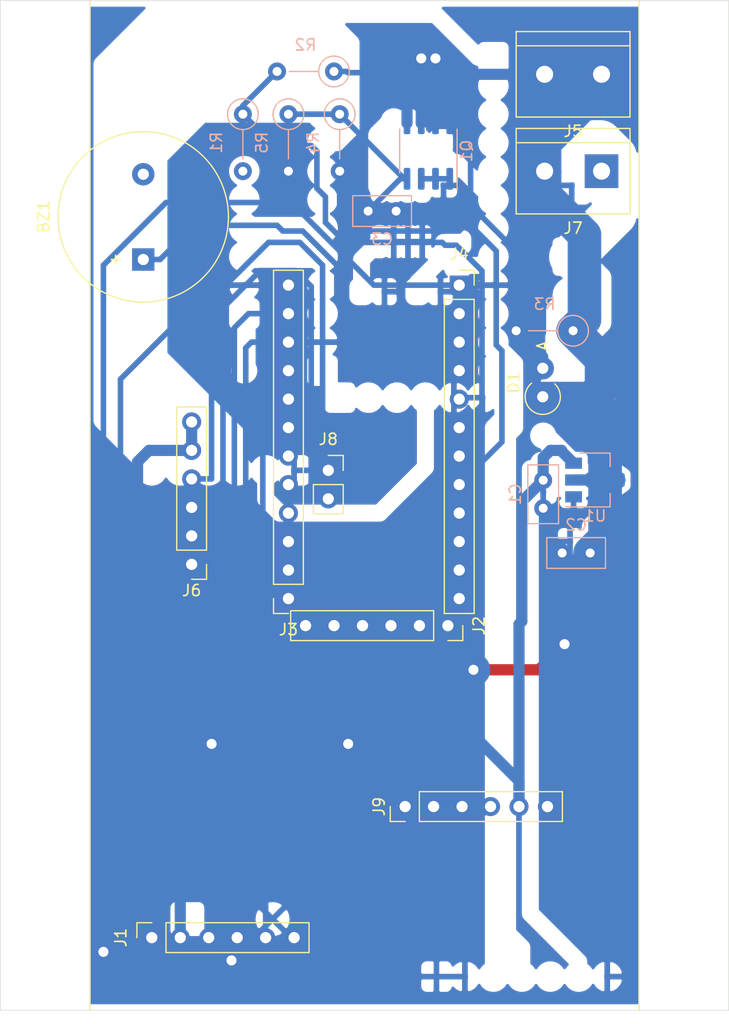
<source format=kicad_pcb>
(kicad_pcb (version 20171130) (host pcbnew 5.1.4-e60b266~84~ubuntu18.04.1)

  (general
    (thickness 1.6)
    (drawings 6)
    (tracks 212)
    (zones 0)
    (modules 21)
    (nets 17)
  )

  (page A4)
  (layers
    (0 F.Cu signal)
    (31 B.Cu signal)
    (32 B.Adhes user)
    (33 F.Adhes user)
    (34 B.Paste user)
    (35 F.Paste user)
    (36 B.SilkS user)
    (37 F.SilkS user)
    (38 B.Mask user)
    (39 F.Mask user)
    (40 Dwgs.User user)
    (41 Cmts.User user)
    (42 Eco1.User user)
    (43 Eco2.User user)
    (44 Edge.Cuts user)
    (45 Margin user)
    (46 B.CrtYd user)
    (47 F.CrtYd user)
    (48 B.Fab user)
    (49 F.Fab user)
  )

  (setup
    (last_trace_width 1.5)
    (user_trace_width 0.5)
    (user_trace_width 1)
    (user_trace_width 1.5)
    (user_trace_width 3)
    (trace_clearance 0.2)
    (zone_clearance 0.508)
    (zone_45_only no)
    (trace_min 0.2)
    (via_size 0.8)
    (via_drill 0.4)
    (via_min_size 0.4)
    (via_min_drill 0.3)
    (user_via 1 0.6)
    (user_via 1.3 0.9)
    (uvia_size 0.3)
    (uvia_drill 0.1)
    (uvias_allowed no)
    (uvia_min_size 0.2)
    (uvia_min_drill 0.1)
    (edge_width 0.05)
    (segment_width 0.2)
    (pcb_text_width 0.3)
    (pcb_text_size 1.5 1.5)
    (mod_edge_width 0.12)
    (mod_text_size 1 1)
    (mod_text_width 0.15)
    (pad_size 1.524 1.524)
    (pad_drill 0.762)
    (pad_to_mask_clearance 0.051)
    (solder_mask_min_width 0.25)
    (aux_axis_origin 100 140)
    (visible_elements 7FFFFFFF)
    (pcbplotparams
      (layerselection 0x010fc_ffffffff)
      (usegerberextensions false)
      (usegerberattributes false)
      (usegerberadvancedattributes false)
      (creategerberjobfile false)
      (excludeedgelayer true)
      (linewidth 0.100000)
      (plotframeref false)
      (viasonmask false)
      (mode 1)
      (useauxorigin false)
      (hpglpennumber 1)
      (hpglpenspeed 20)
      (hpglpendiameter 15.000000)
      (psnegative false)
      (psa4output false)
      (plotreference true)
      (plotvalue true)
      (plotinvisibletext false)
      (padsonsilk false)
      (subtractmaskfromsilk false)
      (outputformat 1)
      (mirror false)
      (drillshape 1)
      (scaleselection 1)
      (outputdirectory ""))
  )

  (net 0 "")
  (net 1 D2)
  (net 2 GND)
  (net 3 VBAT)
  (net 4 "Net-(D1-Pad2)")
  (net 5 SCK)
  (net 6 MISO)
  (net 7 CS)
  (net 8 MOSI)
  (net 9 ANAL_INPUT_V_NÍQUEL)
  (net 10 RST)
  (net 11 "Net-(C3-Pad1)")
  (net 12 D8)
  (net 13 VCC)
  (net 14 5V)
  (net 15 SDA)
  (net 16 SCL)

  (net_class Default "This is the default net class."
    (clearance 0.2)
    (trace_width 0.25)
    (via_dia 0.8)
    (via_drill 0.4)
    (uvia_dia 0.3)
    (uvia_drill 0.1)
    (add_net 5V)
    (add_net ANAL_INPUT_V_NÍQUEL)
    (add_net CS)
    (add_net D2)
    (add_net D8)
    (add_net GND)
    (add_net MISO)
    (add_net MOSI)
    (add_net "Net-(C3-Pad1)")
    (add_net "Net-(D1-Pad2)")
    (add_net RST)
    (add_net SCK)
    (add_net SCL)
    (add_net SDA)
    (add_net VBAT)
    (add_net VCC)
  )

  (module Connector_PinSocket_2.54mm:PinSocket_1x06_P2.54mm_Vertical (layer F.Cu) (tedit 5A19A430) (tstamp 5DAF8F70)
    (at 122.94108 116.713 270)
    (descr "Through hole straight socket strip, 1x06, 2.54mm pitch, single row (from Kicad 4.0.7), script generated")
    (tags "Through hole socket strip THT 1x06 2.54mm single row")
    (path /5D7AAB27)
    (fp_text reference J2 (at 0 -2.77 90) (layer F.SilkS)
      (effects (font (size 1 1) (thickness 0.15)))
    )
    (fp_text value Conn_01x06_Female (at 0 15.47 90) (layer F.Fab)
      (effects (font (size 1 1) (thickness 0.15)))
    )
    (fp_line (start -1.27 -1.27) (end 0.635 -1.27) (layer F.Fab) (width 0.1))
    (fp_line (start 0.635 -1.27) (end 1.27 -0.635) (layer F.Fab) (width 0.1))
    (fp_line (start 1.27 -0.635) (end 1.27 13.97) (layer F.Fab) (width 0.1))
    (fp_line (start 1.27 13.97) (end -1.27 13.97) (layer F.Fab) (width 0.1))
    (fp_line (start -1.27 13.97) (end -1.27 -1.27) (layer F.Fab) (width 0.1))
    (fp_line (start -1.33 1.27) (end 1.33 1.27) (layer F.SilkS) (width 0.12))
    (fp_line (start -1.33 1.27) (end -1.33 14.03) (layer F.SilkS) (width 0.12))
    (fp_line (start -1.33 14.03) (end 1.33 14.03) (layer F.SilkS) (width 0.12))
    (fp_line (start 1.33 1.27) (end 1.33 14.03) (layer F.SilkS) (width 0.12))
    (fp_line (start 1.33 -1.33) (end 1.33 0) (layer F.SilkS) (width 0.12))
    (fp_line (start 0 -1.33) (end 1.33 -1.33) (layer F.SilkS) (width 0.12))
    (fp_line (start -1.8 -1.8) (end 1.75 -1.8) (layer F.CrtYd) (width 0.05))
    (fp_line (start 1.75 -1.8) (end 1.75 14.45) (layer F.CrtYd) (width 0.05))
    (fp_line (start 1.75 14.45) (end -1.8 14.45) (layer F.CrtYd) (width 0.05))
    (fp_line (start -1.8 14.45) (end -1.8 -1.8) (layer F.CrtYd) (width 0.05))
    (fp_text user %R (at 0 6.35) (layer F.Fab)
      (effects (font (size 1 1) (thickness 0.15)))
    )
    (pad 1 thru_hole rect (at 0 0 270) (size 1.7 1.7) (drill 1) (layers *.Cu *.Mask))
    (pad 2 thru_hole oval (at 0 2.54 270) (size 1.7 1.7) (drill 1) (layers *.Cu *.Mask))
    (pad 3 thru_hole oval (at 0 5.08 270) (size 1.7 1.7) (drill 1) (layers *.Cu *.Mask))
    (pad 4 thru_hole oval (at 0 7.62 270) (size 1.7 1.7) (drill 1) (layers *.Cu *.Mask)
      (net 14 5V))
    (pad 5 thru_hole oval (at 0 10.16 270) (size 1.7 1.7) (drill 1) (layers *.Cu *.Mask)
      (net 2 GND))
    (pad 6 thru_hole oval (at 0 12.7 270) (size 1.7 1.7) (drill 1) (layers *.Cu *.Mask)
      (net 2 GND))
    (model ${KISYS3DMOD}/Connector_PinSocket_2.54mm.3dshapes/PinSocket_1x06_P2.54mm_Vertical.wrl
      (at (xyz 0 0 0))
      (scale (xyz 1 1 1))
      (rotate (xyz 0 0 0))
    )
  )

  (module Connector_PinSocket_2.54mm:PinSocket_1x02_P2.54mm_Vertical (layer F.Cu) (tedit 5A19A420) (tstamp 5DAF8ED0)
    (at 112.268 102.87)
    (descr "Through hole straight socket strip, 1x02, 2.54mm pitch, single row (from Kicad 4.0.7), script generated")
    (tags "Through hole socket strip THT 1x02 2.54mm single row")
    (path /5DC42AF8)
    (fp_text reference J8 (at 0 -2.77) (layer F.SilkS)
      (effects (font (size 1 1) (thickness 0.15)))
    )
    (fp_text value Conn_01x02_Female (at 0 5.31) (layer F.Fab)
      (effects (font (size 1 1) (thickness 0.15)))
    )
    (fp_line (start -1.27 -1.27) (end 0.635 -1.27) (layer F.Fab) (width 0.1))
    (fp_line (start 0.635 -1.27) (end 1.27 -0.635) (layer F.Fab) (width 0.1))
    (fp_line (start 1.27 -0.635) (end 1.27 3.81) (layer F.Fab) (width 0.1))
    (fp_line (start 1.27 3.81) (end -1.27 3.81) (layer F.Fab) (width 0.1))
    (fp_line (start -1.27 3.81) (end -1.27 -1.27) (layer F.Fab) (width 0.1))
    (fp_line (start -1.33 1.27) (end 1.33 1.27) (layer F.SilkS) (width 0.12))
    (fp_line (start -1.33 1.27) (end -1.33 3.87) (layer F.SilkS) (width 0.12))
    (fp_line (start -1.33 3.87) (end 1.33 3.87) (layer F.SilkS) (width 0.12))
    (fp_line (start 1.33 1.27) (end 1.33 3.87) (layer F.SilkS) (width 0.12))
    (fp_line (start 1.33 -1.33) (end 1.33 0) (layer F.SilkS) (width 0.12))
    (fp_line (start 0 -1.33) (end 1.33 -1.33) (layer F.SilkS) (width 0.12))
    (fp_line (start -1.8 -1.8) (end 1.75 -1.8) (layer F.CrtYd) (width 0.05))
    (fp_line (start 1.75 -1.8) (end 1.75 4.3) (layer F.CrtYd) (width 0.05))
    (fp_line (start 1.75 4.3) (end -1.8 4.3) (layer F.CrtYd) (width 0.05))
    (fp_line (start -1.8 4.3) (end -1.8 -1.8) (layer F.CrtYd) (width 0.05))
    (fp_text user %R (at 0 1.27 90) (layer F.Fab)
      (effects (font (size 1 1) (thickness 0.15)))
    )
    (pad 1 thru_hole rect (at 0 0) (size 1.7 1.7) (drill 1) (layers *.Cu *.Mask)
      (net 15 SDA))
    (pad 2 thru_hole oval (at 0 2.54) (size 1.7 1.7) (drill 1) (layers *.Cu *.Mask)
      (net 16 SCL))
    (model ${KISYS3DMOD}/Connector_PinSocket_2.54mm.3dshapes/PinSocket_1x02_P2.54mm_Vertical.wrl
      (at (xyz 0 0 0))
      (scale (xyz 1 1 1))
      (rotate (xyz 0 0 0))
    )
  )

  (module Connector_PinSocket_2.54mm:PinSocket_1x06_P2.54mm_Vertical (layer F.Cu) (tedit 5A19A430) (tstamp 5DA28992)
    (at 96.52 144.526 90)
    (descr "Through hole straight socket strip, 1x06, 2.54mm pitch, single row (from Kicad 4.0.7), script generated")
    (tags "Through hole socket strip THT 1x06 2.54mm single row")
    (path /5D79516C)
    (fp_text reference J1 (at 0 -2.77 90) (layer F.SilkS)
      (effects (font (size 1 1) (thickness 0.15)))
    )
    (fp_text value Conn_01x06_Female (at 0 15.47 90) (layer F.Fab)
      (effects (font (size 1 1) (thickness 0.15)))
    )
    (fp_text user %R (at 0 6.35) (layer F.Fab)
      (effects (font (size 1 1) (thickness 0.15)))
    )
    (fp_line (start -1.8 14.45) (end -1.8 -1.8) (layer F.CrtYd) (width 0.05))
    (fp_line (start 1.75 14.45) (end -1.8 14.45) (layer F.CrtYd) (width 0.05))
    (fp_line (start 1.75 -1.8) (end 1.75 14.45) (layer F.CrtYd) (width 0.05))
    (fp_line (start -1.8 -1.8) (end 1.75 -1.8) (layer F.CrtYd) (width 0.05))
    (fp_line (start 0 -1.33) (end 1.33 -1.33) (layer F.SilkS) (width 0.12))
    (fp_line (start 1.33 -1.33) (end 1.33 0) (layer F.SilkS) (width 0.12))
    (fp_line (start 1.33 1.27) (end 1.33 14.03) (layer F.SilkS) (width 0.12))
    (fp_line (start -1.33 14.03) (end 1.33 14.03) (layer F.SilkS) (width 0.12))
    (fp_line (start -1.33 1.27) (end -1.33 14.03) (layer F.SilkS) (width 0.12))
    (fp_line (start -1.33 1.27) (end 1.33 1.27) (layer F.SilkS) (width 0.12))
    (fp_line (start -1.27 13.97) (end -1.27 -1.27) (layer F.Fab) (width 0.1))
    (fp_line (start 1.27 13.97) (end -1.27 13.97) (layer F.Fab) (width 0.1))
    (fp_line (start 1.27 -0.635) (end 1.27 13.97) (layer F.Fab) (width 0.1))
    (fp_line (start 0.635 -1.27) (end 1.27 -0.635) (layer F.Fab) (width 0.1))
    (fp_line (start -1.27 -1.27) (end 0.635 -1.27) (layer F.Fab) (width 0.1))
    (pad 6 thru_hole oval (at 0 12.7 90) (size 1.7 1.7) (drill 1) (layers *.Cu *.Mask)
      (net 7 CS))
    (pad 5 thru_hole oval (at 0 10.16 90) (size 1.7 1.7) (drill 1) (layers *.Cu *.Mask)
      (net 5 SCK))
    (pad 4 thru_hole oval (at 0 7.62 90) (size 1.7 1.7) (drill 1) (layers *.Cu *.Mask)
      (net 8 MOSI))
    (pad 3 thru_hole oval (at 0 5.08 90) (size 1.7 1.7) (drill 1) (layers *.Cu *.Mask)
      (net 6 MISO))
    (pad 2 thru_hole oval (at 0 2.54 90) (size 1.7 1.7) (drill 1) (layers *.Cu *.Mask)
      (net 13 VCC))
    (pad 1 thru_hole rect (at 0 0 90) (size 1.7 1.7) (drill 1) (layers *.Cu *.Mask)
      (net 2 GND))
    (model ${KISYS3DMOD}/Connector_PinSocket_2.54mm.3dshapes/PinSocket_1x06_P2.54mm_Vertical.wrl
      (at (xyz 0 0 0))
      (scale (xyz 1 1 1))
      (rotate (xyz 0 0 0))
    )
  )

  (module Buzzer_Beeper:Buzzer_15x7.5RM7.6 (layer F.Cu) (tedit 5A030281) (tstamp 5D9FC8C0)
    (at 95.758 84.074 90)
    (descr "Generic Buzzer, D15mm height 7.5mm with RM7.6mm")
    (tags buzzer)
    (path /5D79420D)
    (fp_text reference BZ1 (at 3.81 -8.89 90) (layer F.SilkS)
      (effects (font (size 1 1) (thickness 0.15)))
    )
    (fp_text value Buzzer (at 3.81 8.89 90) (layer F.Fab)
      (effects (font (size 1 1) (thickness 0.15)))
    )
    (fp_text user + (at -0.01 -2.54 90) (layer F.Fab)
      (effects (font (size 1 1) (thickness 0.15)))
    )
    (fp_text user + (at -0.01 -2.54 90) (layer F.SilkS)
      (effects (font (size 1 1) (thickness 0.15)))
    )
    (fp_text user %R (at 3.8 -4 90) (layer F.Fab)
      (effects (font (size 1 1) (thickness 0.15)))
    )
    (fp_circle (center 3.8 0) (end 11.55 0) (layer F.CrtYd) (width 0.05))
    (fp_circle (center 3.8 0) (end 11.3 0) (layer F.Fab) (width 0.1))
    (fp_circle (center 3.8 0) (end 4.8 0) (layer F.Fab) (width 0.1))
    (fp_circle (center 3.8 0) (end 11.4 0) (layer F.SilkS) (width 0.12))
    (pad 1 thru_hole rect (at 0 0 90) (size 2 2) (drill 1) (layers *.Cu *.Mask)
      (net 12 D8))
    (pad 2 thru_hole circle (at 7.6 0 90) (size 2 2) (drill 1) (layers *.Cu *.Mask)
      (net 2 GND))
    (model ${KISYS3DMOD}/Buzzer_Beeper.3dshapes/Buzzer_15x7.5RM7.6.wrl
      (at (xyz 0 0 0))
      (scale (xyz 1 1 1))
      (rotate (xyz 0 0 0))
    )
  )

  (module Connector_PinHeader_2.54mm:PinHeader_1x06_P2.54mm_Vertical (layer F.Cu) (tedit 59FED5CC) (tstamp 5D9FB876)
    (at 100.076 111.252 180)
    (descr "Through hole straight pin header, 1x06, 2.54mm pitch, single row")
    (tags "Through hole pin header THT 1x06 2.54mm single row")
    (path /5D7A7B88)
    (fp_text reference J6 (at 0 -2.33) (layer F.SilkS)
      (effects (font (size 1 1) (thickness 0.15)))
    )
    (fp_text value Conn_01x06_Male (at 0 15.03) (layer F.Fab)
      (effects (font (size 1 1) (thickness 0.15)))
    )
    (fp_text user %R (at 0 6.35 90) (layer F.Fab)
      (effects (font (size 1 1) (thickness 0.15)))
    )
    (fp_line (start 1.8 -1.8) (end -1.8 -1.8) (layer F.CrtYd) (width 0.05))
    (fp_line (start 1.8 14.5) (end 1.8 -1.8) (layer F.CrtYd) (width 0.05))
    (fp_line (start -1.8 14.5) (end 1.8 14.5) (layer F.CrtYd) (width 0.05))
    (fp_line (start -1.8 -1.8) (end -1.8 14.5) (layer F.CrtYd) (width 0.05))
    (fp_line (start -1.33 -1.33) (end 0 -1.33) (layer F.SilkS) (width 0.12))
    (fp_line (start -1.33 0) (end -1.33 -1.33) (layer F.SilkS) (width 0.12))
    (fp_line (start -1.33 1.27) (end 1.33 1.27) (layer F.SilkS) (width 0.12))
    (fp_line (start 1.33 1.27) (end 1.33 14.03) (layer F.SilkS) (width 0.12))
    (fp_line (start -1.33 1.27) (end -1.33 14.03) (layer F.SilkS) (width 0.12))
    (fp_line (start -1.33 14.03) (end 1.33 14.03) (layer F.SilkS) (width 0.12))
    (fp_line (start -1.27 -0.635) (end -0.635 -1.27) (layer F.Fab) (width 0.1))
    (fp_line (start -1.27 13.97) (end -1.27 -0.635) (layer F.Fab) (width 0.1))
    (fp_line (start 1.27 13.97) (end -1.27 13.97) (layer F.Fab) (width 0.1))
    (fp_line (start 1.27 -1.27) (end 1.27 13.97) (layer F.Fab) (width 0.1))
    (fp_line (start -0.635 -1.27) (end 1.27 -1.27) (layer F.Fab) (width 0.1))
    (pad 6 thru_hole oval (at 0 12.7 180) (size 1.7 1.7) (drill 1) (layers *.Cu *.Mask)
      (net 13 VCC))
    (pad 5 thru_hole oval (at 0 10.16 180) (size 1.7 1.7) (drill 1) (layers *.Cu *.Mask)
      (net 13 VCC))
    (pad 4 thru_hole oval (at 0 7.62 180) (size 1.7 1.7) (drill 1) (layers *.Cu *.Mask)
      (net 15 SDA))
    (pad 3 thru_hole oval (at 0 5.08 180) (size 1.7 1.7) (drill 1) (layers *.Cu *.Mask)
      (net 16 SCL))
    (pad 2 thru_hole oval (at 0 2.54 180) (size 1.7 1.7) (drill 1) (layers *.Cu *.Mask)
      (net 2 GND))
    (pad 1 thru_hole rect (at 0 0 180) (size 1.7 1.7) (drill 1) (layers *.Cu *.Mask)
      (net 13 VCC))
    (model ${KISYS3DMOD}/Connector_PinHeader_2.54mm.3dshapes/PinHeader_1x06_P2.54mm_Vertical.wrl
      (at (xyz 0 0 0))
      (scale (xyz 1 1 1))
      (rotate (xyz 0 0 0))
    )
  )

  (module Connector_PinSocket_2.54mm:PinSocket_1x12_P2.54mm_Vertical locked (layer F.Cu) (tedit 5A19A41D) (tstamp 5DAF8FC1)
    (at 123.952 86.36)
    (descr "Through hole straight socket strip, 1x12, 2.54mm pitch, single row (from Kicad 4.0.7), script generated")
    (tags "Through hole socket strip THT 1x12 2.54mm single row")
    (path /5D7A6B02)
    (fp_text reference J4 (at 0 -2.77) (layer F.SilkS)
      (effects (font (size 1 1) (thickness 0.15)))
    )
    (fp_text value Conn_01x12_Female (at 0 30.71) (layer F.Fab)
      (effects (font (size 1 1) (thickness 0.15)))
    )
    (fp_text user %R (at 0 13.97 90) (layer F.Fab)
      (effects (font (size 1 1) (thickness 0.15)))
    )
    (fp_line (start -1.8 29.7) (end -1.8 -1.8) (layer F.CrtYd) (width 0.05))
    (fp_line (start 1.75 29.7) (end -1.8 29.7) (layer F.CrtYd) (width 0.05))
    (fp_line (start 1.75 -1.8) (end 1.75 29.7) (layer F.CrtYd) (width 0.05))
    (fp_line (start -1.8 -1.8) (end 1.75 -1.8) (layer F.CrtYd) (width 0.05))
    (fp_line (start 0 -1.33) (end 1.33 -1.33) (layer F.SilkS) (width 0.12))
    (fp_line (start 1.33 -1.33) (end 1.33 0) (layer F.SilkS) (width 0.12))
    (fp_line (start 1.33 1.27) (end 1.33 29.27) (layer F.SilkS) (width 0.12))
    (fp_line (start -1.33 29.27) (end 1.33 29.27) (layer F.SilkS) (width 0.12))
    (fp_line (start -1.33 1.27) (end -1.33 29.27) (layer F.SilkS) (width 0.12))
    (fp_line (start -1.33 1.27) (end 1.33 1.27) (layer F.SilkS) (width 0.12))
    (fp_line (start -1.27 29.21) (end -1.27 -1.27) (layer F.Fab) (width 0.1))
    (fp_line (start 1.27 29.21) (end -1.27 29.21) (layer F.Fab) (width 0.1))
    (fp_line (start 1.27 -0.635) (end 1.27 29.21) (layer F.Fab) (width 0.1))
    (fp_line (start 0.635 -1.27) (end 1.27 -0.635) (layer F.Fab) (width 0.1))
    (fp_line (start -1.27 -1.27) (end 0.635 -1.27) (layer F.Fab) (width 0.1))
    (pad 12 thru_hole oval (at 0 27.94) (size 1.7 1.7) (drill 1) (layers *.Cu *.Mask))
    (pad 11 thru_hole oval (at 0 25.4) (size 1.7 1.7) (drill 1) (layers *.Cu *.Mask))
    (pad 10 thru_hole oval (at 0 22.86) (size 1.7 1.7) (drill 1) (layers *.Cu *.Mask)
      (net 10 RST))
    (pad 9 thru_hole oval (at 0 20.32) (size 1.7 1.7) (drill 1) (layers *.Cu *.Mask)
      (net 2 GND))
    (pad 8 thru_hole oval (at 0 17.78) (size 1.7 1.7) (drill 1) (layers *.Cu *.Mask)
      (net 1 D2))
    (pad 7 thru_hole oval (at 0 15.24) (size 1.7 1.7) (drill 1) (layers *.Cu *.Mask))
    (pad 6 thru_hole oval (at 0 12.7) (size 1.7 1.7) (drill 1) (layers *.Cu *.Mask)
      (net 9 ANAL_INPUT_V_NÍQUEL))
    (pad 5 thru_hole oval (at 0 10.16) (size 1.7 1.7) (drill 1) (layers *.Cu *.Mask))
    (pad 4 thru_hole oval (at 0 7.62) (size 1.7 1.7) (drill 1) (layers *.Cu *.Mask))
    (pad 3 thru_hole oval (at 0 5.08) (size 1.7 1.7) (drill 1) (layers *.Cu *.Mask))
    (pad 2 thru_hole oval (at 0 2.54) (size 1.7 1.7) (drill 1) (layers *.Cu *.Mask)
      (net 12 D8))
    (pad 1 thru_hole rect (at 0 0) (size 1.7 1.7) (drill 1) (layers *.Cu *.Mask)
      (net 7 CS))
    (model ${KISYS3DMOD}/Connector_PinSocket_2.54mm.3dshapes/PinSocket_1x12_P2.54mm_Vertical.wrl
      (at (xyz 0 0 0))
      (scale (xyz 1 1 1))
      (rotate (xyz 0 0 0))
    )
  )

  (module Connector_PinSocket_2.54mm:PinSocket_1x12_P2.54mm_Vertical locked (layer F.Cu) (tedit 5A19A41D) (tstamp 5DAF8F19)
    (at 108.712 114.3 180)
    (descr "Through hole straight socket strip, 1x12, 2.54mm pitch, single row (from Kicad 4.0.7), script generated")
    (tags "Through hole socket strip THT 1x12 2.54mm single row")
    (path /5D7A9546)
    (fp_text reference J3 (at 0 -2.77) (layer F.SilkS)
      (effects (font (size 1 1) (thickness 0.15)))
    )
    (fp_text value Conn_01x12_Female (at 0 30.71) (layer F.Fab)
      (effects (font (size 1 1) (thickness 0.15)))
    )
    (fp_text user %R (at 0 13.97 90) (layer F.Fab)
      (effects (font (size 1 1) (thickness 0.15)))
    )
    (fp_line (start -1.8 29.7) (end -1.8 -1.8) (layer F.CrtYd) (width 0.05))
    (fp_line (start 1.75 29.7) (end -1.8 29.7) (layer F.CrtYd) (width 0.05))
    (fp_line (start 1.75 -1.8) (end 1.75 29.7) (layer F.CrtYd) (width 0.05))
    (fp_line (start -1.8 -1.8) (end 1.75 -1.8) (layer F.CrtYd) (width 0.05))
    (fp_line (start 0 -1.33) (end 1.33 -1.33) (layer F.SilkS) (width 0.12))
    (fp_line (start 1.33 -1.33) (end 1.33 0) (layer F.SilkS) (width 0.12))
    (fp_line (start 1.33 1.27) (end 1.33 29.27) (layer F.SilkS) (width 0.12))
    (fp_line (start -1.33 29.27) (end 1.33 29.27) (layer F.SilkS) (width 0.12))
    (fp_line (start -1.33 1.27) (end -1.33 29.27) (layer F.SilkS) (width 0.12))
    (fp_line (start -1.33 1.27) (end 1.33 1.27) (layer F.SilkS) (width 0.12))
    (fp_line (start -1.27 29.21) (end -1.27 -1.27) (layer F.Fab) (width 0.1))
    (fp_line (start 1.27 29.21) (end -1.27 29.21) (layer F.Fab) (width 0.1))
    (fp_line (start 1.27 -0.635) (end 1.27 29.21) (layer F.Fab) (width 0.1))
    (fp_line (start 0.635 -1.27) (end 1.27 -0.635) (layer F.Fab) (width 0.1))
    (fp_line (start -1.27 -1.27) (end 0.635 -1.27) (layer F.Fab) (width 0.1))
    (pad 12 thru_hole oval (at 0 27.94 180) (size 1.7 1.7) (drill 1) (layers *.Cu *.Mask))
    (pad 11 thru_hole oval (at 0 25.4 180) (size 1.7 1.7) (drill 1) (layers *.Cu *.Mask)
      (net 6 MISO))
    (pad 10 thru_hole oval (at 0 22.86 180) (size 1.7 1.7) (drill 1) (layers *.Cu *.Mask)
      (net 8 MOSI))
    (pad 9 thru_hole oval (at 0 20.32 180) (size 1.7 1.7) (drill 1) (layers *.Cu *.Mask)
      (net 5 SCK))
    (pad 8 thru_hole oval (at 0 17.78 180) (size 1.7 1.7) (drill 1) (layers *.Cu *.Mask))
    (pad 7 thru_hole oval (at 0 15.24 180) (size 1.7 1.7) (drill 1) (layers *.Cu *.Mask))
    (pad 6 thru_hole oval (at 0 12.7 180) (size 1.7 1.7) (drill 1) (layers *.Cu *.Mask))
    (pad 5 thru_hole oval (at 0 10.16 180) (size 1.7 1.7) (drill 1) (layers *.Cu *.Mask))
    (pad 4 thru_hole oval (at 0 7.62 180) (size 1.7 1.7) (drill 1) (layers *.Cu *.Mask)
      (net 14 5V))
    (pad 3 thru_hole oval (at 0 5.08 180) (size 1.7 1.7) (drill 1) (layers *.Cu *.Mask)
      (net 10 RST))
    (pad 2 thru_hole oval (at 0 2.54 180) (size 1.7 1.7) (drill 1) (layers *.Cu *.Mask)
      (net 2 GND))
    (pad 1 thru_hole rect (at 0 0 180) (size 1.7 1.7) (drill 1) (layers *.Cu *.Mask)
      (net 3 VBAT))
    (model ${KISYS3DMOD}/Connector_PinSocket_2.54mm.3dshapes/PinSocket_1x12_P2.54mm_Vertical.wrl
      (at (xyz 0 0 0))
      (scale (xyz 1 1 1))
      (rotate (xyz 0 0 0))
    )
  )

  (module Package_TO_SOT_SMD:SOT-89-3 (layer B.Cu) (tedit 5A02FF57) (tstamp 5DA23BD3)
    (at 135.635 103.73)
    (descr SOT-89-3)
    (tags SOT-89-3)
    (path /5DA29FF3)
    (attr smd)
    (fp_text reference U1 (at 0.45 3.2) (layer B.SilkS)
      (effects (font (size 1 1) (thickness 0.15)) (justify mirror))
    )
    (fp_text value ME620933 (at 0.45 -3.25) (layer B.Fab)
      (effects (font (size 1 1) (thickness 0.15)) (justify mirror))
    )
    (fp_line (start -2.48 -2.55) (end -2.48 2.55) (layer B.CrtYd) (width 0.05))
    (fp_line (start -2.48 -2.55) (end 3.23 -2.55) (layer B.CrtYd) (width 0.05))
    (fp_line (start 3.23 2.55) (end -2.48 2.55) (layer B.CrtYd) (width 0.05))
    (fp_line (start 3.23 2.55) (end 3.23 -2.55) (layer B.CrtYd) (width 0.05))
    (fp_line (start -0.13 2.3) (end 1.68 2.3) (layer B.Fab) (width 0.1))
    (fp_line (start -0.92 -2.3) (end -0.92 1.51) (layer B.Fab) (width 0.1))
    (fp_line (start 1.68 -2.3) (end -0.92 -2.3) (layer B.Fab) (width 0.1))
    (fp_line (start 1.68 2.3) (end 1.68 -2.3) (layer B.Fab) (width 0.1))
    (fp_line (start -0.92 1.51) (end -0.13 2.3) (layer B.Fab) (width 0.1))
    (fp_line (start 1.78 2.4) (end 1.78 1.2) (layer B.SilkS) (width 0.12))
    (fp_line (start -2.22 2.4) (end 1.78 2.4) (layer B.SilkS) (width 0.12))
    (fp_line (start 1.78 -2.4) (end -0.92 -2.4) (layer B.SilkS) (width 0.12))
    (fp_line (start 1.78 -1.2) (end 1.78 -2.4) (layer B.SilkS) (width 0.12))
    (fp_text user %R (at 0.38 0 -90) (layer B.Fab)
      (effects (font (size 0.6 0.6) (thickness 0.09)) (justify mirror))
    )
    (pad 2 smd trapezoid (at -0.0762 0 270) (size 1.5 1) (rect_delta 0 -0.7 ) (layers B.Cu B.Paste B.Mask)
      (net 3 VBAT))
    (pad 2 smd rect (at 1.3335 0 90) (size 2.2 1.84) (layers B.Cu B.Paste B.Mask)
      (net 3 VBAT))
    (pad 3 smd rect (at -1.48 -1.5 90) (size 1 1.5) (layers B.Cu B.Paste B.Mask)
      (net 13 VCC))
    (pad 2 smd rect (at -1.3335 0 90) (size 1 1.8) (layers B.Cu B.Paste B.Mask)
      (net 3 VBAT))
    (pad 1 smd rect (at -1.48 1.5 90) (size 1 1.5) (layers B.Cu B.Paste B.Mask)
      (net 2 GND))
    (pad 2 smd trapezoid (at 2.667 0 90) (size 1.6 0.85) (rect_delta 0 -0.6 ) (layers B.Cu B.Paste B.Mask)
      (net 3 VBAT))
    (model ${KISYS3DMOD}/Package_TO_SOT_SMD.3dshapes/SOT-89-3.wrl
      (at (xyz 0 0 0))
      (scale (xyz 1 1 1))
      (rotate (xyz 0 0 0))
    )
  )

  (module Package_SO:SOIC-8_3.9x4.9mm_P1.27mm (layer B.Cu) (tedit 5C97300E) (tstamp 5DAF82E0)
    (at 121.19864 74.40168 90)
    (descr "SOIC, 8 Pin (JEDEC MS-012AA, https://www.analog.com/media/en/package-pcb-resources/package/pkg_pdf/soic_narrow-r/r_8.pdf), generated with kicad-footprint-generator ipc_gullwing_generator.py")
    (tags "SOIC SO")
    (path /5D7A1366)
    (attr smd)
    (fp_text reference Q1 (at 0 3.4 90) (layer B.SilkS)
      (effects (font (size 1 1) (thickness 0.15)) (justify mirror))
    )
    (fp_text value IRF7403 (at 0 -3.4 90) (layer B.Fab)
      (effects (font (size 1 1) (thickness 0.15)) (justify mirror))
    )
    (fp_line (start 0 -2.56) (end 1.95 -2.56) (layer B.SilkS) (width 0.12))
    (fp_line (start 0 -2.56) (end -1.95 -2.56) (layer B.SilkS) (width 0.12))
    (fp_line (start 0 2.56) (end 1.95 2.56) (layer B.SilkS) (width 0.12))
    (fp_line (start 0 2.56) (end -3.45 2.56) (layer B.SilkS) (width 0.12))
    (fp_line (start -0.975 2.45) (end 1.95 2.45) (layer B.Fab) (width 0.1))
    (fp_line (start 1.95 2.45) (end 1.95 -2.45) (layer B.Fab) (width 0.1))
    (fp_line (start 1.95 -2.45) (end -1.95 -2.45) (layer B.Fab) (width 0.1))
    (fp_line (start -1.95 -2.45) (end -1.95 1.475) (layer B.Fab) (width 0.1))
    (fp_line (start -1.95 1.475) (end -0.975 2.45) (layer B.Fab) (width 0.1))
    (fp_line (start -3.7 2.7) (end -3.7 -2.7) (layer B.CrtYd) (width 0.05))
    (fp_line (start -3.7 -2.7) (end 3.7 -2.7) (layer B.CrtYd) (width 0.05))
    (fp_line (start 3.7 -2.7) (end 3.7 2.7) (layer B.CrtYd) (width 0.05))
    (fp_line (start 3.7 2.7) (end -3.7 2.7) (layer B.CrtYd) (width 0.05))
    (fp_text user %R (at 0 0 90) (layer B.Fab)
      (effects (font (size 0.98 0.98) (thickness 0.15)) (justify mirror))
    )
    (pad 1 smd roundrect (at -2.475 1.905 90) (size 1.95 0.6) (layers B.Cu B.Paste B.Mask) (roundrect_rratio 0.25)
      (net 2 GND))
    (pad 2 smd roundrect (at -2.475 0.635 90) (size 1.95 0.6) (layers B.Cu B.Paste B.Mask) (roundrect_rratio 0.25)
      (net 2 GND))
    (pad 3 smd roundrect (at -2.475 -0.635 90) (size 1.95 0.6) (layers B.Cu B.Paste B.Mask) (roundrect_rratio 0.25)
      (net 2 GND))
    (pad 4 smd roundrect (at -2.475 -1.905 90) (size 1.95 0.6) (layers B.Cu B.Paste B.Mask) (roundrect_rratio 0.25)
      (net 11 "Net-(C3-Pad1)"))
    (pad 5 smd roundrect (at 2.475 -1.905 90) (size 1.95 0.6) (layers B.Cu B.Paste B.Mask) (roundrect_rratio 0.25)
      (net 4 "Net-(D1-Pad2)"))
    (pad 6 smd roundrect (at 2.475 -0.635 90) (size 1.95 0.6) (layers B.Cu B.Paste B.Mask) (roundrect_rratio 0.25)
      (net 4 "Net-(D1-Pad2)"))
    (pad 7 smd roundrect (at 2.475 0.635 90) (size 1.95 0.6) (layers B.Cu B.Paste B.Mask) (roundrect_rratio 0.25)
      (net 4 "Net-(D1-Pad2)"))
    (pad 8 smd roundrect (at 2.475 1.905 90) (size 1.95 0.6) (layers B.Cu B.Paste B.Mask) (roundrect_rratio 0.25)
      (net 4 "Net-(D1-Pad2)"))
    (model ${KISYS3DMOD}/Package_SO.3dshapes/SOIC-8_3.9x4.9mm_P1.27mm.wrl
      (at (xyz 0 0 0))
      (scale (xyz 1 1 1))
      (rotate (xyz 0 0 0))
    )
  )

  (module Diode_THT:D_T-1_P2.54mm_Vertical_AnodeUp (layer F.Cu) (tedit 5AE50CD5) (tstamp 5DA94226)
    (at 131.40436 96.31172 90)
    (descr "Diode, T-1 series, Axial, Vertical, pin pitch=2.54mm, , length*diameter=3.2*2.6mm^2, , http://www.diodes.com/_files/packages/T-1.pdf")
    (tags "Diode T-1 series Axial Vertical pin pitch 2.54mm  length 3.2mm diameter 2.6mm")
    (path /5D7A4B39)
    (fp_text reference D1 (at 1.27 -2.609214 90) (layer F.SilkS)
      (effects (font (size 1 1) (thickness 0.15)))
    )
    (fp_text value D (at 1.27 3.498214 90) (layer F.Fab)
      (effects (font (size 1 1) (thickness 0.15)))
    )
    (fp_arc (start 0 0) (end 1.210772 -1) (angle -277.594921) (layer F.SilkS) (width 0.12))
    (fp_circle (center 0 0) (end 1.3 0) (layer F.Fab) (width 0.1))
    (fp_line (start 0 0) (end 2.54 0) (layer F.Fab) (width 0.1))
    (fp_line (start -1.55 -1.55) (end -1.55 1.55) (layer F.CrtYd) (width 0.05))
    (fp_line (start -1.55 1.55) (end 3.79 1.55) (layer F.CrtYd) (width 0.05))
    (fp_line (start 3.79 1.55) (end 3.79 -1.55) (layer F.CrtYd) (width 0.05))
    (fp_line (start 3.79 -1.55) (end -1.55 -1.55) (layer F.CrtYd) (width 0.05))
    (fp_text user %R (at 1.27 -2.609214 90) (layer F.Fab)
      (effects (font (size 1 1) (thickness 0.15)))
    )
    (fp_text user A (at 4.54 0 90) (layer F.Fab)
      (effects (font (size 1 1) (thickness 0.15)))
    )
    (fp_text user A (at 4.54 0 90) (layer F.SilkS)
      (effects (font (size 1 1) (thickness 0.15)))
    )
    (pad 1 thru_hole rect (at 0 0 90) (size 2 2) (drill 1) (layers *.Cu *.Mask)
      (net 3 VBAT))
    (pad 2 thru_hole oval (at 2.54 0 90) (size 2 2) (drill 1) (layers *.Cu *.Mask)
      (net 4 "Net-(D1-Pad2)"))
    (model ${KISYS3DMOD}/Diode_THT.3dshapes/D_T-1_P2.54mm_Vertical_AnodeUp.wrl
      (at (xyz 0 0 0))
      (scale (xyz 1 1 1))
      (rotate (xyz 0 0 0))
    )
  )

  (module TerminalBlock:TerminalBlock_bornier-2_P5.08mm (layer F.Cu) (tedit 59FF03AB) (tstamp 5DA94168)
    (at 136.652 67.564 180)
    (descr "simple 2-pin terminal block, pitch 5.08mm, revamped version of bornier2")
    (tags "terminal block bornier2")
    (path /5D7A54EB)
    (fp_text reference J5 (at 2.54 -5.08) (layer F.SilkS)
      (effects (font (size 1 1) (thickness 0.15)))
    )
    (fp_text value Screw_Terminal_01x02 (at 2.54 5.08) (layer F.Fab)
      (effects (font (size 1 1) (thickness 0.15)))
    )
    (fp_text user %R (at 2.54 0) (layer F.Fab)
      (effects (font (size 1 1) (thickness 0.15)))
    )
    (fp_line (start -2.41 2.55) (end 7.49 2.55) (layer F.Fab) (width 0.1))
    (fp_line (start -2.46 -3.75) (end -2.46 3.75) (layer F.Fab) (width 0.1))
    (fp_line (start -2.46 3.75) (end 7.54 3.75) (layer F.Fab) (width 0.1))
    (fp_line (start 7.54 3.75) (end 7.54 -3.75) (layer F.Fab) (width 0.1))
    (fp_line (start 7.54 -3.75) (end -2.46 -3.75) (layer F.Fab) (width 0.1))
    (fp_line (start 7.62 2.54) (end -2.54 2.54) (layer F.SilkS) (width 0.12))
    (fp_line (start 7.62 3.81) (end 7.62 -3.81) (layer F.SilkS) (width 0.12))
    (fp_line (start 7.62 -3.81) (end -2.54 -3.81) (layer F.SilkS) (width 0.12))
    (fp_line (start -2.54 -3.81) (end -2.54 3.81) (layer F.SilkS) (width 0.12))
    (fp_line (start -2.54 3.81) (end 7.62 3.81) (layer F.SilkS) (width 0.12))
    (fp_line (start -2.71 -4) (end 7.79 -4) (layer F.CrtYd) (width 0.05))
    (fp_line (start -2.71 -4) (end -2.71 4) (layer F.CrtYd) (width 0.05))
    (fp_line (start 7.79 4) (end 7.79 -4) (layer F.CrtYd) (width 0.05))
    (fp_line (start 7.79 4) (end -2.71 4) (layer F.CrtYd) (width 0.05))
    (pad 1 thru_hole rect (at 0 0 180) (size 3 3) (drill 1.52) (layers *.Cu *.Mask)
      (net 3 VBAT))
    (pad 2 thru_hole circle (at 5.08 0 180) (size 3 3) (drill 1.52) (layers *.Cu *.Mask)
      (net 4 "Net-(D1-Pad2)"))
    (model ${KISYS3DMOD}/TerminalBlock.3dshapes/TerminalBlock_bornier-2_P5.08mm.wrl
      (offset (xyz 2.539999961853027 0 0))
      (scale (xyz 1 1 1))
      (rotate (xyz 0 0 0))
    )
  )

  (module TerminalBlock:TerminalBlock_bornier-2_P5.08mm (layer F.Cu) (tedit 59FF03AB) (tstamp 5DA9417C)
    (at 136.652 76.2 180)
    (descr "simple 2-pin terminal block, pitch 5.08mm, revamped version of bornier2")
    (tags "terminal block bornier2")
    (path /5DB98147)
    (fp_text reference J7 (at 2.54 -5.08) (layer F.SilkS)
      (effects (font (size 1 1) (thickness 0.15)))
    )
    (fp_text value Screw_Terminal_01x02 (at 2.54 5.08) (layer F.Fab)
      (effects (font (size 1 1) (thickness 0.15)))
    )
    (fp_line (start 7.79 4) (end -2.71 4) (layer F.CrtYd) (width 0.05))
    (fp_line (start 7.79 4) (end 7.79 -4) (layer F.CrtYd) (width 0.05))
    (fp_line (start -2.71 -4) (end -2.71 4) (layer F.CrtYd) (width 0.05))
    (fp_line (start -2.71 -4) (end 7.79 -4) (layer F.CrtYd) (width 0.05))
    (fp_line (start -2.54 3.81) (end 7.62 3.81) (layer F.SilkS) (width 0.12))
    (fp_line (start -2.54 -3.81) (end -2.54 3.81) (layer F.SilkS) (width 0.12))
    (fp_line (start 7.62 -3.81) (end -2.54 -3.81) (layer F.SilkS) (width 0.12))
    (fp_line (start 7.62 3.81) (end 7.62 -3.81) (layer F.SilkS) (width 0.12))
    (fp_line (start 7.62 2.54) (end -2.54 2.54) (layer F.SilkS) (width 0.12))
    (fp_line (start 7.54 -3.75) (end -2.46 -3.75) (layer F.Fab) (width 0.1))
    (fp_line (start 7.54 3.75) (end 7.54 -3.75) (layer F.Fab) (width 0.1))
    (fp_line (start -2.46 3.75) (end 7.54 3.75) (layer F.Fab) (width 0.1))
    (fp_line (start -2.46 -3.75) (end -2.46 3.75) (layer F.Fab) (width 0.1))
    (fp_line (start -2.41 2.55) (end 7.49 2.55) (layer F.Fab) (width 0.1))
    (fp_text user %R (at 2.54 0) (layer F.Fab)
      (effects (font (size 1 1) (thickness 0.15)))
    )
    (pad 2 thru_hole circle (at 5.08 0 180) (size 3 3) (drill 1.52) (layers *.Cu *.Mask)
      (net 3 VBAT))
    (pad 1 thru_hole rect (at 0 0 180) (size 3 3) (drill 1.52) (layers *.Cu *.Mask)
      (net 2 GND))
    (model ${KISYS3DMOD}/TerminalBlock.3dshapes/TerminalBlock_bornier-2_P5.08mm.wrl
      (offset (xyz 2.539999961853027 0 0))
      (scale (xyz 1 1 1))
      (rotate (xyz 0 0 0))
    )
  )

  (module Capacitor_THT:C_Disc_D5.0mm_W2.5mm_P2.50mm (layer B.Cu) (tedit 5AE50EF0) (tstamp 5DAE7939)
    (at 131.445 103.75 270)
    (descr "C, Disc series, Radial, pin pitch=2.50mm, , diameter*width=5*2.5mm^2, Capacitor, http://cdn-reichelt.de/documents/datenblatt/B300/DS_KERKO_TC.pdf")
    (tags "C Disc series Radial pin pitch 2.50mm  diameter 5mm width 2.5mm Capacitor")
    (path /5D99A944)
    (fp_text reference C1 (at 1.25 2.5 90) (layer B.SilkS)
      (effects (font (size 1 1) (thickness 0.15)) (justify mirror))
    )
    (fp_text value C (at 1.25 -2.5 90) (layer B.Fab)
      (effects (font (size 1 1) (thickness 0.15)) (justify mirror))
    )
    (fp_line (start -1.25 1.25) (end -1.25 -1.25) (layer B.Fab) (width 0.1))
    (fp_line (start -1.25 -1.25) (end 3.75 -1.25) (layer B.Fab) (width 0.1))
    (fp_line (start 3.75 -1.25) (end 3.75 1.25) (layer B.Fab) (width 0.1))
    (fp_line (start 3.75 1.25) (end -1.25 1.25) (layer B.Fab) (width 0.1))
    (fp_line (start -1.37 1.37) (end 3.87 1.37) (layer B.SilkS) (width 0.12))
    (fp_line (start -1.37 -1.37) (end 3.87 -1.37) (layer B.SilkS) (width 0.12))
    (fp_line (start -1.37 1.37) (end -1.37 -1.37) (layer B.SilkS) (width 0.12))
    (fp_line (start 3.87 1.37) (end 3.87 -1.37) (layer B.SilkS) (width 0.12))
    (fp_line (start -1.5 1.5) (end -1.5 -1.5) (layer B.CrtYd) (width 0.05))
    (fp_line (start -1.5 -1.5) (end 4 -1.5) (layer B.CrtYd) (width 0.05))
    (fp_line (start 4 -1.5) (end 4 1.5) (layer B.CrtYd) (width 0.05))
    (fp_line (start 4 1.5) (end -1.5 1.5) (layer B.CrtYd) (width 0.05))
    (fp_text user %R (at 1.25 0 90) (layer B.Fab)
      (effects (font (size 1 1) (thickness 0.15)) (justify mirror))
    )
    (pad 1 thru_hole circle (at 0 0 270) (size 1.6 1.6) (drill 0.8) (layers *.Cu *.Mask)
      (net 13 VCC))
    (pad 2 thru_hole circle (at 2.5 0 270) (size 1.6 1.6) (drill 0.8) (layers *.Cu *.Mask)
      (net 2 GND))
    (model ${KISYS3DMOD}/Capacitor_THT.3dshapes/C_Disc_D5.0mm_W2.5mm_P2.50mm.wrl
      (at (xyz 0 0 0))
      (scale (xyz 1 1 1))
      (rotate (xyz 0 0 0))
    )
  )

  (module Capacitor_THT:C_Disc_D5.0mm_W2.5mm_P2.50mm (layer B.Cu) (tedit 5AE50EF0) (tstamp 5DAE794B)
    (at 135.636 110.236 180)
    (descr "C, Disc series, Radial, pin pitch=2.50mm, , diameter*width=5*2.5mm^2, Capacitor, http://cdn-reichelt.de/documents/datenblatt/B300/DS_KERKO_TC.pdf")
    (tags "C Disc series Radial pin pitch 2.50mm  diameter 5mm width 2.5mm Capacitor")
    (path /5D99A3F1)
    (fp_text reference C2 (at 1.25 2.5) (layer B.SilkS)
      (effects (font (size 1 1) (thickness 0.15)) (justify mirror))
    )
    (fp_text value C (at 1.25 -2.5) (layer B.Fab)
      (effects (font (size 1 1) (thickness 0.15)) (justify mirror))
    )
    (fp_line (start -1.25 1.25) (end -1.25 -1.25) (layer B.Fab) (width 0.1))
    (fp_line (start -1.25 -1.25) (end 3.75 -1.25) (layer B.Fab) (width 0.1))
    (fp_line (start 3.75 -1.25) (end 3.75 1.25) (layer B.Fab) (width 0.1))
    (fp_line (start 3.75 1.25) (end -1.25 1.25) (layer B.Fab) (width 0.1))
    (fp_line (start -1.37 1.37) (end 3.87 1.37) (layer B.SilkS) (width 0.12))
    (fp_line (start -1.37 -1.37) (end 3.87 -1.37) (layer B.SilkS) (width 0.12))
    (fp_line (start -1.37 1.37) (end -1.37 -1.37) (layer B.SilkS) (width 0.12))
    (fp_line (start 3.87 1.37) (end 3.87 -1.37) (layer B.SilkS) (width 0.12))
    (fp_line (start -1.5 1.5) (end -1.5 -1.5) (layer B.CrtYd) (width 0.05))
    (fp_line (start -1.5 -1.5) (end 4 -1.5) (layer B.CrtYd) (width 0.05))
    (fp_line (start 4 -1.5) (end 4 1.5) (layer B.CrtYd) (width 0.05))
    (fp_line (start 4 1.5) (end -1.5 1.5) (layer B.CrtYd) (width 0.05))
    (fp_text user %R (at 1.25 0) (layer B.Fab)
      (effects (font (size 1 1) (thickness 0.15)) (justify mirror))
    )
    (pad 1 thru_hole circle (at 0 0 180) (size 1.6 1.6) (drill 0.8) (layers *.Cu *.Mask)
      (net 3 VBAT))
    (pad 2 thru_hole circle (at 2.5 0 180) (size 1.6 1.6) (drill 0.8) (layers *.Cu *.Mask)
      (net 2 GND))
    (model ${KISYS3DMOD}/Capacitor_THT.3dshapes/C_Disc_D5.0mm_W2.5mm_P2.50mm.wrl
      (at (xyz 0 0 0))
      (scale (xyz 1 1 1))
      (rotate (xyz 0 0 0))
    )
  )

  (module Capacitor_THT:C_Disc_D5.0mm_W2.5mm_P2.50mm (layer B.Cu) (tedit 5AE50EF0) (tstamp 5DAF9466)
    (at 115.824 79.756)
    (descr "C, Disc series, Radial, pin pitch=2.50mm, , diameter*width=5*2.5mm^2, Capacitor, http://cdn-reichelt.de/documents/datenblatt/B300/DS_KERKO_TC.pdf")
    (tags "C Disc series Radial pin pitch 2.50mm  diameter 5mm width 2.5mm Capacitor")
    (path /5DB829F4)
    (fp_text reference C3 (at 1.25 2.5) (layer B.SilkS)
      (effects (font (size 1 1) (thickness 0.15)) (justify mirror))
    )
    (fp_text value 100n (at 1.25 -2.5) (layer B.Fab)
      (effects (font (size 1 1) (thickness 0.15)) (justify mirror))
    )
    (fp_text user %R (at 1.25 0) (layer B.Fab)
      (effects (font (size 1 1) (thickness 0.15)) (justify mirror))
    )
    (fp_line (start 4 1.5) (end -1.5 1.5) (layer B.CrtYd) (width 0.05))
    (fp_line (start 4 -1.5) (end 4 1.5) (layer B.CrtYd) (width 0.05))
    (fp_line (start -1.5 -1.5) (end 4 -1.5) (layer B.CrtYd) (width 0.05))
    (fp_line (start -1.5 1.5) (end -1.5 -1.5) (layer B.CrtYd) (width 0.05))
    (fp_line (start 3.87 1.37) (end 3.87 -1.37) (layer B.SilkS) (width 0.12))
    (fp_line (start -1.37 1.37) (end -1.37 -1.37) (layer B.SilkS) (width 0.12))
    (fp_line (start -1.37 -1.37) (end 3.87 -1.37) (layer B.SilkS) (width 0.12))
    (fp_line (start -1.37 1.37) (end 3.87 1.37) (layer B.SilkS) (width 0.12))
    (fp_line (start 3.75 1.25) (end -1.25 1.25) (layer B.Fab) (width 0.1))
    (fp_line (start 3.75 -1.25) (end 3.75 1.25) (layer B.Fab) (width 0.1))
    (fp_line (start -1.25 -1.25) (end 3.75 -1.25) (layer B.Fab) (width 0.1))
    (fp_line (start -1.25 1.25) (end -1.25 -1.25) (layer B.Fab) (width 0.1))
    (pad 2 thru_hole circle (at 2.5 0) (size 1.6 1.6) (drill 0.8) (layers *.Cu *.Mask)
      (net 2 GND))
    (pad 1 thru_hole circle (at 0 0) (size 1.6 1.6) (drill 0.8) (layers *.Cu *.Mask)
      (net 11 "Net-(C3-Pad1)"))
    (model ${KISYS3DMOD}/Capacitor_THT.3dshapes/C_Disc_D5.0mm_W2.5mm_P2.50mm.wrl
      (at (xyz 0 0 0))
      (scale (xyz 1 1 1))
      (rotate (xyz 0 0 0))
    )
  )

  (module Connector_PinHeader_2.54mm:PinHeader_1x06_P2.54mm_Vertical (layer F.Cu) (tedit 59FED5CC) (tstamp 5DAF89C2)
    (at 119.126 132.842 90)
    (descr "Through hole straight pin header, 1x06, 2.54mm pitch, single row")
    (tags "Through hole pin header THT 1x06 2.54mm single row")
    (path /5DB38075)
    (fp_text reference J9 (at 0 -2.33 90) (layer F.SilkS)
      (effects (font (size 1 1) (thickness 0.15)))
    )
    (fp_text value Conn_01x06_Male (at 0 15.03 90) (layer F.Fab)
      (effects (font (size 1 1) (thickness 0.15)))
    )
    (fp_line (start -0.635 -1.27) (end 1.27 -1.27) (layer F.Fab) (width 0.1))
    (fp_line (start 1.27 -1.27) (end 1.27 13.97) (layer F.Fab) (width 0.1))
    (fp_line (start 1.27 13.97) (end -1.27 13.97) (layer F.Fab) (width 0.1))
    (fp_line (start -1.27 13.97) (end -1.27 -0.635) (layer F.Fab) (width 0.1))
    (fp_line (start -1.27 -0.635) (end -0.635 -1.27) (layer F.Fab) (width 0.1))
    (fp_line (start -1.33 14.03) (end 1.33 14.03) (layer F.SilkS) (width 0.12))
    (fp_line (start -1.33 1.27) (end -1.33 14.03) (layer F.SilkS) (width 0.12))
    (fp_line (start 1.33 1.27) (end 1.33 14.03) (layer F.SilkS) (width 0.12))
    (fp_line (start -1.33 1.27) (end 1.33 1.27) (layer F.SilkS) (width 0.12))
    (fp_line (start -1.33 0) (end -1.33 -1.33) (layer F.SilkS) (width 0.12))
    (fp_line (start -1.33 -1.33) (end 0 -1.33) (layer F.SilkS) (width 0.12))
    (fp_line (start -1.8 -1.8) (end -1.8 14.5) (layer F.CrtYd) (width 0.05))
    (fp_line (start -1.8 14.5) (end 1.8 14.5) (layer F.CrtYd) (width 0.05))
    (fp_line (start 1.8 14.5) (end 1.8 -1.8) (layer F.CrtYd) (width 0.05))
    (fp_line (start 1.8 -1.8) (end -1.8 -1.8) (layer F.CrtYd) (width 0.05))
    (fp_text user %R (at 0 6.35) (layer F.Fab)
      (effects (font (size 1 1) (thickness 0.15)))
    )
    (pad 1 thru_hole rect (at 0 0 90) (size 1.7 1.7) (drill 1) (layers *.Cu *.Mask)
      (net 13 VCC))
    (pad 2 thru_hole oval (at 0 2.54 90) (size 1.7 1.7) (drill 1) (layers *.Cu *.Mask)
      (net 2 GND))
    (pad 3 thru_hole oval (at 0 5.08 90) (size 1.7 1.7) (drill 1) (layers *.Cu *.Mask)
      (net 16 SCL))
    (pad 4 thru_hole oval (at 0 7.62 90) (size 1.7 1.7) (drill 1) (layers *.Cu *.Mask)
      (net 15 SDA))
    (pad 5 thru_hole oval (at 0 10.16 90) (size 1.7 1.7) (drill 1) (layers *.Cu *.Mask)
      (net 13 VCC))
    (pad 6 thru_hole oval (at 0 12.7 90) (size 1.7 1.7) (drill 1) (layers *.Cu *.Mask)
      (net 2 GND))
    (model ${KISYS3DMOD}/Connector_PinHeader_2.54mm.3dshapes/PinHeader_1x06_P2.54mm_Vertical.wrl
      (at (xyz 0 0 0))
      (scale (xyz 1 1 1))
      (rotate (xyz 0 0 0))
    )
  )

  (module Resistor_THT:R_Axial_DIN0207_L6.3mm_D2.5mm_P5.08mm_Vertical (layer B.Cu) (tedit 5AE5139B) (tstamp 5DAF8C45)
    (at 104.648 71.12 270)
    (descr "Resistor, Axial_DIN0207 series, Axial, Vertical, pin pitch=5.08mm, 0.25W = 1/4W, length*diameter=6.3*2.5mm^2, http://cdn-reichelt.de/documents/datenblatt/B400/1_4W%23YAG.pdf")
    (tags "Resistor Axial_DIN0207 series Axial Vertical pin pitch 5.08mm 0.25W = 1/4W length 6.3mm diameter 2.5mm")
    (path /5D7A3745)
    (fp_text reference R1 (at 2.54 2.37 90) (layer B.SilkS)
      (effects (font (size 1 1) (thickness 0.15)) (justify mirror))
    )
    (fp_text value R (at 2.54 -2.37 90) (layer B.Fab)
      (effects (font (size 1 1) (thickness 0.15)) (justify mirror))
    )
    (fp_circle (center 0 0) (end 1.25 0) (layer B.Fab) (width 0.1))
    (fp_circle (center 0 0) (end 1.37 0) (layer B.SilkS) (width 0.12))
    (fp_line (start 0 0) (end 5.08 0) (layer B.Fab) (width 0.1))
    (fp_line (start 1.37 0) (end 3.98 0) (layer B.SilkS) (width 0.12))
    (fp_line (start -1.5 1.5) (end -1.5 -1.5) (layer B.CrtYd) (width 0.05))
    (fp_line (start -1.5 -1.5) (end 6.13 -1.5) (layer B.CrtYd) (width 0.05))
    (fp_line (start 6.13 -1.5) (end 6.13 1.5) (layer B.CrtYd) (width 0.05))
    (fp_line (start 6.13 1.5) (end -1.5 1.5) (layer B.CrtYd) (width 0.05))
    (fp_text user %R (at 2.54 2.37 90) (layer B.Fab)
      (effects (font (size 1 1) (thickness 0.15)) (justify mirror))
    )
    (pad 1 thru_hole circle (at 0 0 270) (size 1.6 1.6) (drill 0.8) (layers *.Cu *.Mask)
      (net 9 ANAL_INPUT_V_NÍQUEL))
    (pad 2 thru_hole oval (at 5.08 0 270) (size 1.6 1.6) (drill 0.8) (layers *.Cu *.Mask)
      (net 2 GND))
    (model ${KISYS3DMOD}/Resistor_THT.3dshapes/R_Axial_DIN0207_L6.3mm_D2.5mm_P5.08mm_Vertical.wrl
      (at (xyz 0 0 0))
      (scale (xyz 1 1 1))
      (rotate (xyz 0 0 0))
    )
  )

  (module Resistor_THT:R_Axial_DIN0207_L6.3mm_D2.5mm_P5.08mm_Vertical (layer B.Cu) (tedit 5AE5139B) (tstamp 5DAF8C53)
    (at 112.776 67.31 180)
    (descr "Resistor, Axial_DIN0207 series, Axial, Vertical, pin pitch=5.08mm, 0.25W = 1/4W, length*diameter=6.3*2.5mm^2, http://cdn-reichelt.de/documents/datenblatt/B400/1_4W%23YAG.pdf")
    (tags "Resistor Axial_DIN0207 series Axial Vertical pin pitch 5.08mm 0.25W = 1/4W length 6.3mm diameter 2.5mm")
    (path /5D7A3C9E)
    (fp_text reference R2 (at 2.54 2.37) (layer B.SilkS)
      (effects (font (size 1 1) (thickness 0.15)) (justify mirror))
    )
    (fp_text value R (at 2.54 -2.37) (layer B.Fab)
      (effects (font (size 1 1) (thickness 0.15)) (justify mirror))
    )
    (fp_text user %R (at 2.54 2.37) (layer B.Fab)
      (effects (font (size 1 1) (thickness 0.15)) (justify mirror))
    )
    (fp_line (start 6.13 1.5) (end -1.5 1.5) (layer B.CrtYd) (width 0.05))
    (fp_line (start 6.13 -1.5) (end 6.13 1.5) (layer B.CrtYd) (width 0.05))
    (fp_line (start -1.5 -1.5) (end 6.13 -1.5) (layer B.CrtYd) (width 0.05))
    (fp_line (start -1.5 1.5) (end -1.5 -1.5) (layer B.CrtYd) (width 0.05))
    (fp_line (start 1.37 0) (end 3.98 0) (layer B.SilkS) (width 0.12))
    (fp_line (start 0 0) (end 5.08 0) (layer B.Fab) (width 0.1))
    (fp_circle (center 0 0) (end 1.37 0) (layer B.SilkS) (width 0.12))
    (fp_circle (center 0 0) (end 1.25 0) (layer B.Fab) (width 0.1))
    (pad 2 thru_hole oval (at 5.08 0 180) (size 1.6 1.6) (drill 0.8) (layers *.Cu *.Mask)
      (net 9 ANAL_INPUT_V_NÍQUEL))
    (pad 1 thru_hole circle (at 0 0 180) (size 1.6 1.6) (drill 0.8) (layers *.Cu *.Mask)
      (net 4 "Net-(D1-Pad2)"))
    (model ${KISYS3DMOD}/Resistor_THT.3dshapes/R_Axial_DIN0207_L6.3mm_D2.5mm_P5.08mm_Vertical.wrl
      (at (xyz 0 0 0))
      (scale (xyz 1 1 1))
      (rotate (xyz 0 0 0))
    )
  )

  (module Resistor_THT:R_Axial_DIN0207_L6.3mm_D2.5mm_P5.08mm_Vertical (layer B.Cu) (tedit 5AE5139B) (tstamp 5DAF8C61)
    (at 134.112 90.424 180)
    (descr "Resistor, Axial_DIN0207 series, Axial, Vertical, pin pitch=5.08mm, 0.25W = 1/4W, length*diameter=6.3*2.5mm^2, http://cdn-reichelt.de/documents/datenblatt/B400/1_4W%23YAG.pdf")
    (tags "Resistor Axial_DIN0207 series Axial Vertical pin pitch 5.08mm 0.25W = 1/4W length 6.3mm diameter 2.5mm")
    (path /5D7A3EDA)
    (fp_text reference R3 (at 2.54 2.37) (layer B.SilkS)
      (effects (font (size 1 1) (thickness 0.15)) (justify mirror))
    )
    (fp_text value R (at 2.54 -2.37) (layer B.Fab)
      (effects (font (size 1 1) (thickness 0.15)) (justify mirror))
    )
    (fp_circle (center 0 0) (end 1.25 0) (layer B.Fab) (width 0.1))
    (fp_circle (center 0 0) (end 1.37 0) (layer B.SilkS) (width 0.12))
    (fp_line (start 0 0) (end 5.08 0) (layer B.Fab) (width 0.1))
    (fp_line (start 1.37 0) (end 3.98 0) (layer B.SilkS) (width 0.12))
    (fp_line (start -1.5 1.5) (end -1.5 -1.5) (layer B.CrtYd) (width 0.05))
    (fp_line (start -1.5 -1.5) (end 6.13 -1.5) (layer B.CrtYd) (width 0.05))
    (fp_line (start 6.13 -1.5) (end 6.13 1.5) (layer B.CrtYd) (width 0.05))
    (fp_line (start 6.13 1.5) (end -1.5 1.5) (layer B.CrtYd) (width 0.05))
    (fp_text user %R (at 2.54 2.37) (layer B.Fab)
      (effects (font (size 1 1) (thickness 0.15)) (justify mirror))
    )
    (pad 1 thru_hole circle (at 0 0 180) (size 1.6 1.6) (drill 0.8) (layers *.Cu *.Mask)
      (net 3 VBAT))
    (pad 2 thru_hole oval (at 5.08 0 180) (size 1.6 1.6) (drill 0.8) (layers *.Cu *.Mask)
      (net 4 "Net-(D1-Pad2)"))
    (model ${KISYS3DMOD}/Resistor_THT.3dshapes/R_Axial_DIN0207_L6.3mm_D2.5mm_P5.08mm_Vertical.wrl
      (at (xyz 0 0 0))
      (scale (xyz 1 1 1))
      (rotate (xyz 0 0 0))
    )
  )

  (module Resistor_THT:R_Axial_DIN0207_L6.3mm_D2.5mm_P5.08mm_Vertical (layer B.Cu) (tedit 5AE5139B) (tstamp 5DAF90D6)
    (at 113.284 71.12 270)
    (descr "Resistor, Axial_DIN0207 series, Axial, Vertical, pin pitch=5.08mm, 0.25W = 1/4W, length*diameter=6.3*2.5mm^2, http://cdn-reichelt.de/documents/datenblatt/B400/1_4W%23YAG.pdf")
    (tags "Resistor Axial_DIN0207 series Axial Vertical pin pitch 5.08mm 0.25W = 1/4W length 6.3mm diameter 2.5mm")
    (path /5DB87D4F)
    (fp_text reference R4 (at 2.54 2.37 90) (layer B.SilkS)
      (effects (font (size 1 1) (thickness 0.15)) (justify mirror))
    )
    (fp_text value 1k (at 2.54 -2.37 90) (layer B.Fab)
      (effects (font (size 1 1) (thickness 0.15)) (justify mirror))
    )
    (fp_circle (center 0 0) (end 1.25 0) (layer B.Fab) (width 0.1))
    (fp_circle (center 0 0) (end 1.37 0) (layer B.SilkS) (width 0.12))
    (fp_line (start 0 0) (end 5.08 0) (layer B.Fab) (width 0.1))
    (fp_line (start 1.37 0) (end 3.98 0) (layer B.SilkS) (width 0.12))
    (fp_line (start -1.5 1.5) (end -1.5 -1.5) (layer B.CrtYd) (width 0.05))
    (fp_line (start -1.5 -1.5) (end 6.13 -1.5) (layer B.CrtYd) (width 0.05))
    (fp_line (start 6.13 -1.5) (end 6.13 1.5) (layer B.CrtYd) (width 0.05))
    (fp_line (start 6.13 1.5) (end -1.5 1.5) (layer B.CrtYd) (width 0.05))
    (fp_text user %R (at 2.54 2.37 90) (layer B.Fab)
      (effects (font (size 1 1) (thickness 0.15)) (justify mirror))
    )
    (pad 1 thru_hole circle (at 0 0 270) (size 1.6 1.6) (drill 0.8) (layers *.Cu *.Mask)
      (net 11 "Net-(C3-Pad1)"))
    (pad 2 thru_hole oval (at 5.08 0 270) (size 1.6 1.6) (drill 0.8) (layers *.Cu *.Mask)
      (net 1 D2))
    (model ${KISYS3DMOD}/Resistor_THT.3dshapes/R_Axial_DIN0207_L6.3mm_D2.5mm_P5.08mm_Vertical.wrl
      (at (xyz 0 0 0))
      (scale (xyz 1 1 1))
      (rotate (xyz 0 0 0))
    )
  )

  (module Resistor_THT:R_Axial_DIN0207_L6.3mm_D2.5mm_P5.08mm_Vertical (layer B.Cu) (tedit 5AE5139B) (tstamp 5DAF8C7D)
    (at 108.712 71.12 270)
    (descr "Resistor, Axial_DIN0207 series, Axial, Vertical, pin pitch=5.08mm, 0.25W = 1/4W, length*diameter=6.3*2.5mm^2, http://cdn-reichelt.de/documents/datenblatt/B400/1_4W%23YAG.pdf")
    (tags "Resistor Axial_DIN0207 series Axial Vertical pin pitch 5.08mm 0.25W = 1/4W length 6.3mm diameter 2.5mm")
    (path /5DB81CA3)
    (fp_text reference R5 (at 2.54 2.37 90) (layer B.SilkS)
      (effects (font (size 1 1) (thickness 0.15)) (justify mirror))
    )
    (fp_text value 100k (at 2.54 -2.37 90) (layer B.Fab)
      (effects (font (size 1 1) (thickness 0.15)) (justify mirror))
    )
    (fp_text user %R (at 2.54 2.37 90) (layer B.Fab)
      (effects (font (size 1 1) (thickness 0.15)) (justify mirror))
    )
    (fp_line (start 6.13 1.5) (end -1.5 1.5) (layer B.CrtYd) (width 0.05))
    (fp_line (start 6.13 -1.5) (end 6.13 1.5) (layer B.CrtYd) (width 0.05))
    (fp_line (start -1.5 -1.5) (end 6.13 -1.5) (layer B.CrtYd) (width 0.05))
    (fp_line (start -1.5 1.5) (end -1.5 -1.5) (layer B.CrtYd) (width 0.05))
    (fp_line (start 1.37 0) (end 3.98 0) (layer B.SilkS) (width 0.12))
    (fp_line (start 0 0) (end 5.08 0) (layer B.Fab) (width 0.1))
    (fp_circle (center 0 0) (end 1.37 0) (layer B.SilkS) (width 0.12))
    (fp_circle (center 0 0) (end 1.25 0) (layer B.Fab) (width 0.1))
    (pad 2 thru_hole oval (at 5.08 0 270) (size 1.6 1.6) (drill 0.8) (layers *.Cu *.Mask)
      (net 2 GND))
    (pad 1 thru_hole circle (at 0 0 270) (size 1.6 1.6) (drill 0.8) (layers *.Cu *.Mask)
      (net 11 "Net-(C3-Pad1)"))
    (model ${KISYS3DMOD}/Resistor_THT.3dshapes/R_Axial_DIN0207_L6.3mm_D2.5mm_P5.08mm_Vertical.wrl
      (at (xyz 0 0 0))
      (scale (xyz 1 1 1))
      (rotate (xyz 0 0 0))
    )
  )

  (gr_line (start 91 151) (end 91 61) (layer F.SilkS) (width 0.12))
  (gr_line (start 140 61) (end 140 151) (layer F.SilkS) (width 0.12))
  (gr_line (start 148 61) (end 148 151) (layer Edge.Cuts) (width 0.05) (tstamp 5DA282B1))
  (gr_line (start 83 61) (end 148 61) (layer Edge.Cuts) (width 0.05))
  (gr_line (start 83 151) (end 83 61) (layer Edge.Cuts) (width 0.05))
  (gr_line (start 83 151) (end 148 151) (layer Edge.Cuts) (width 0.05))

  (segment (start 113.284 80.550002) (end 113.284 76.2) (width 0.5) (layer B.Cu) (net 1) (status 20))
  (segment (start 123.952 104.14) (end 127.762 100.33) (width 0.5) (layer B.Cu) (net 1) (status 10))
  (segment (start 127.762 100.33) (end 127.762 92.202) (width 0.5) (layer B.Cu) (net 1))
  (segment (start 127.762 92.202) (end 127.254 91.694) (width 0.5) (layer B.Cu) (net 1))
  (segment (start 127.254 83.312) (end 124.714 80.772) (width 0.5) (layer B.Cu) (net 1))
  (segment (start 114.267998 81.534) (end 113.284 80.550002) (width 0.5) (layer B.Cu) (net 1))
  (segment (start 123.952 81.534) (end 114.267998 81.534) (width 0.5) (layer B.Cu) (net 1))
  (segment (start 127.254 91.694) (end 127.254 83.312) (width 0.5) (layer B.Cu) (net 1))
  (segment (start 124.714 80.772) (end 123.952 81.534) (width 0.5) (layer B.Cu) (net 1))
  (segment (start 120.56364 76.87668) (end 123.10364 76.87668) (width 0.5) (layer B.Cu) (net 2) (status 30))
  (segment (start 138.302 103.73) (end 134.3015 103.73) (width 1) (layer B.Cu) (net 3) (status 30))
  (segment (start 136.652 67.564) (end 136.652 68.58) (width 3) (layer B.Cu) (net 3) (status 30))
  (segment (start 131.572 73.66) (end 131.572 76.2) (width 3) (layer B.Cu) (net 3) (status 20))
  (segment (start 136.652 68.58) (end 131.572 73.66) (width 3) (layer B.Cu) (net 3) (status 10))
  (segment (start 131.572 78.32132) (end 135.128 81.87732) (width 3) (layer B.Cu) (net 3))
  (segment (start 131.572 76.2) (end 131.572 78.32132) (width 3) (layer B.Cu) (net 3) (status 10))
  (segment (start 135.128 89.408) (end 134.112 90.424) (width 3) (layer B.Cu) (net 3) (status 20))
  (segment (start 135.128 81.87732) (end 135.128 89.408) (width 3) (layer B.Cu) (net 3))
  (segment (start 134.112 90.424) (end 136.652 92.964) (width 3) (layer B.Cu) (net 3) (status 10))
  (segment (start 136.652 92.964) (end 136.652 95.504) (width 3) (layer B.Cu) (net 3))
  (segment (start 132.700361 96.471721) (end 131.40436 96.471721) (width 3) (layer B.Cu) (net 3) (status 20))
  (segment (start 136.652 95.504) (end 135.684279 96.471721) (width 3) (layer B.Cu) (net 3))
  (segment (start 135.684279 96.471721) (end 132.700361 96.471721) (width 3) (layer B.Cu) (net 3))
  (segment (start 136.9685 97.755942) (end 136.9685 103.73) (width 3) (layer B.Cu) (net 3) (status 20))
  (segment (start 135.684279 96.471721) (end 136.9685 97.755942) (width 3) (layer B.Cu) (net 3))
  (segment (start 136.9685 108.9035) (end 135.636 110.236) (width 3) (layer B.Cu) (net 3) (status 20))
  (segment (start 136.9685 103.73) (end 136.9685 108.9035) (width 3) (layer B.Cu) (net 3) (status 10))
  (segment (start 135.636 110.236) (end 135.636 116.078) (width 3) (layer B.Cu) (net 3))
  (segment (start 135.636 116.078) (end 133.35 118.364) (width 3) (layer B.Cu) (net 3))
  (segment (start 133.35 118.364) (end 133.35 118.364) (width 3) (layer B.Cu) (net 3) (tstamp 5DAFA324))
  (via (at 133.35 118.364) (size 1.3) (drill 0.9) (layers F.Cu B.Cu) (net 3))
  (segment (start 131.064 120.65) (end 133.35 118.364) (width 1) (layer F.Cu) (net 3))
  (segment (start 131.064 120.65) (end 127.254 120.65) (width 1) (layer F.Cu) (net 3))
  (segment (start 127.254 120.65) (end 127.254 120.65) (width 1) (layer F.Cu) (net 3) (tstamp 5DAFA37E))
  (segment (start 127.254 120.65) (end 125.222 120.65) (width 1) (layer F.Cu) (net 3))
  (segment (start 125.222 120.65) (end 125.222 120.65) (width 1) (layer F.Cu) (net 3) (tstamp 5DAFA3A9))
  (via (at 125.222 120.65) (size 1.3) (drill 0.9) (layers F.Cu B.Cu) (net 3))
  (segment (start 125.222 120.65) (end 109.728 120.65) (width 3) (layer B.Cu) (net 3))
  (segment (start 108.712 114.3) (end 108.458 114.3) (width 1) (layer B.Cu) (net 3))
  (segment (start 109.728 120.65) (end 109.22 120.65) (width 3) (layer B.Cu) (net 3))
  (segment (start 107.95 120.65) (end 109.728 120.65) (width 1.5) (layer B.Cu) (net 3))
  (segment (start 107.188 119.888) (end 107.95 120.65) (width 1.5) (layer B.Cu) (net 3))
  (segment (start 108.712 114.3) (end 107.188 115.824) (width 1.5) (layer B.Cu) (net 3))
  (segment (start 107.188 115.824) (end 107.188 119.888) (width 1.5) (layer B.Cu) (net 3))
  (segment (start 123.10364 68.44168) (end 122.71364 68.05168) (width 0.5) (layer B.Cu) (net 4) (tstamp 5DAF8325))
  (segment (start 123.10364 71.92668) (end 123.10364 68.44168) (width 0.5) (layer B.Cu) (net 4) (tstamp 5DAF8322) (status 10))
  (segment (start 123.10364 71.92668) (end 121.83364 71.92668) (width 0.5) (layer B.Cu) (net 4) (tstamp 5DAF831F) (status 30))
  (segment (start 120.56364 71.92668) (end 121.83364 71.92668) (width 0.5) (layer B.Cu) (net 4) (tstamp 5DAF83D3) (status 30))
  (segment (start 122.71364 67.02668) (end 121.83364 66.14668) (width 0.5) (layer B.Cu) (net 4) (tstamp 5DAF83D0))
  (segment (start 122.71364 68.05168) (end 122.71364 67.02668) (width 0.5) (layer B.Cu) (net 4) (tstamp 5DAF8316))
  (via (at 120.56364 66.14668) (size 1.3) (drill 0.9) (layers F.Cu B.Cu) (net 4) (tstamp 5DAF8313))
  (via (at 121.83364 66.14668) (size 1.3) (drill 0.9) (layers F.Cu B.Cu) (net 4) (tstamp 5DAF831C))
  (segment (start 120.56364 66.14668) (end 120.56364 71.92668) (width 1) (layer B.Cu) (net 4) (tstamp 5DAF83D6) (status 20))
  (segment (start 119.29364 67.41668) (end 119.29364 71.92668) (width 1) (layer B.Cu) (net 4) (tstamp 5DAF8319) (status 20))
  (segment (start 120.56364 66.14668) (end 119.29364 67.41668) (width 1) (layer B.Cu) (net 4) (tstamp 5DAF82C5))
  (segment (start 120.56364 66.14668) (end 121.83364 66.14668) (width 3) (layer F.Cu) (net 4) (tstamp 5DAF82C2))
  (segment (start 122.428 67.564) (end 121.83364 66.96964) (width 1) (layer B.Cu) (net 4))
  (segment (start 131.572 67.564) (end 122.428 67.564) (width 1) (layer B.Cu) (net 4) (status 10))
  (segment (start 121.83364 66.14668) (end 121.83364 66.96964) (width 1) (layer B.Cu) (net 4))
  (segment (start 121.83364 66.96964) (end 121.83364 71.92668) (width 1) (layer B.Cu) (net 4) (status 20))
  (segment (start 131.40436 93.77172) (end 131.40436 92.75064) (width 1) (layer B.Cu) (net 4) (status 10))
  (segment (start 124.968 79.248) (end 129.032 83.312) (width 0.5) (layer B.Cu) (net 4))
  (segment (start 123.10364 71.92668) (end 124.968 73.79104) (width 0.5) (layer B.Cu) (net 4) (status 10))
  (segment (start 129.032 83.312) (end 129.032 90.424) (width 0.5) (layer B.Cu) (net 4) (status 20))
  (segment (start 124.968 73.79104) (end 124.968 79.248) (width 0.5) (layer B.Cu) (net 4))
  (segment (start 131.40436 92.79636) (end 129.032 90.424) (width 0.5) (layer B.Cu) (net 4) (status 30))
  (segment (start 131.40436 93.77172) (end 131.40436 92.79636) (width 0.5) (layer B.Cu) (net 4) (status 30))
  (segment (start 117.20068 67.41668) (end 119.29364 67.41668) (width 0.5) (layer B.Cu) (net 4))
  (segment (start 114.01405 67.41668) (end 117.20068 67.41668) (width 0.5) (layer B.Cu) (net 4))
  (segment (start 113.90737 67.31) (end 114.01405 67.41668) (width 0.5) (layer B.Cu) (net 4))
  (segment (start 112.776 67.31) (end 113.90737 67.31) (width 0.5) (layer B.Cu) (net 4) (status 10))
  (segment (start 105.41 109.22) (end 105.41 131.572) (width 0.5) (layer B.Cu) (net 5))
  (segment (start 106.426 93.98) (end 106.426 108.204) (width 0.5) (layer B.Cu) (net 5))
  (segment (start 108.712 93.98) (end 106.426 93.98) (width 0.5) (layer B.Cu) (net 5))
  (segment (start 106.68 133.35) (end 106.68 144.526) (width 0.5) (layer B.Cu) (net 5))
  (segment (start 106.426 108.204) (end 105.41 109.22) (width 0.5) (layer B.Cu) (net 5))
  (segment (start 105.41 131.572) (end 106.68 132.842) (width 0.5) (layer B.Cu) (net 5))
  (segment (start 106.68 132.842) (end 106.68 133.35) (width 0.5) (layer B.Cu) (net 5))
  (segment (start 101.6 143.910002) (end 101.6 144.526) (width 0.5) (layer B.Cu) (net 6))
  (segment (start 101.6 130.556) (end 101.6 144.526) (width 0.5) (layer B.Cu) (net 6))
  (segment (start 105.156 88.9) (end 103.886 90.17) (width 0.5) (layer B.Cu) (net 6))
  (segment (start 108.712 88.9) (end 105.156 88.9) (width 0.5) (layer B.Cu) (net 6))
  (segment (start 103.124 107.696) (end 103.124 129.032) (width 0.5) (layer B.Cu) (net 6))
  (segment (start 103.886 90.17) (end 103.886 106.934) (width 0.5) (layer B.Cu) (net 6))
  (segment (start 103.886 106.934) (end 103.124 107.696) (width 0.5) (layer B.Cu) (net 6))
  (segment (start 103.124 129.032) (end 101.6 130.556) (width 0.5) (layer B.Cu) (net 6))
  (segment (start 116.332 86.36) (end 108.966 78.994) (width 0.5) (layer B.Cu) (net 7))
  (segment (start 108.966 78.994) (end 97.79 78.994) (width 0.5) (layer B.Cu) (net 7))
  (segment (start 123.952 86.36) (end 116.332 86.36) (width 0.5) (layer B.Cu) (net 7) (status 10))
  (segment (start 92.202 84.582) (end 92.202 145.796) (width 0.5) (layer B.Cu) (net 7))
  (segment (start 97.79 78.994) (end 92.202 84.582) (width 0.5) (layer B.Cu) (net 7))
  (segment (start 109.22 144.526) (end 108.370001 145.375999) (width 0.5) (layer B.Cu) (net 7))
  (segment (start 108.370001 145.375999) (end 107.188 146.558) (width 0.5) (layer B.Cu) (net 7))
  (segment (start 107.188 146.558) (end 103.632 146.558) (width 0.5) (layer B.Cu) (net 7))
  (segment (start 103.632 146.558) (end 103.632 146.558) (width 0.5) (layer B.Cu) (net 7) (tstamp 5DAFA171))
  (via (at 103.632 146.558) (size 1.3) (drill 0.9) (layers F.Cu B.Cu) (net 7))
  (segment (start 92.202 145.796) (end 92.202 145.796) (width 0.5) (layer B.Cu) (net 7) (tstamp 5DAFA1ED))
  (via (at 92.202 145.796) (size 1.3) (drill 0.9) (layers F.Cu B.Cu) (net 7))
  (segment (start 93.726 147.32) (end 92.202 145.796) (width 0.5) (layer F.Cu) (net 7))
  (segment (start 103.632 146.558) (end 102.87 147.32) (width 0.5) (layer F.Cu) (net 7))
  (segment (start 102.87 147.32) (end 93.726 147.32) (width 0.5) (layer F.Cu) (net 7))
  (segment (start 104.902 91.948) (end 105.41 91.44) (width 0.5) (layer B.Cu) (net 8))
  (segment (start 105.41 91.44) (end 108.712 91.44) (width 0.5) (layer B.Cu) (net 8))
  (segment (start 104.14 144.526) (end 104.14 108.204) (width 0.5) (layer B.Cu) (net 8))
  (segment (start 104.902 107.442) (end 104.902 91.948) (width 0.5) (layer B.Cu) (net 8))
  (segment (start 104.14 108.204) (end 104.902 107.442) (width 0.5) (layer B.Cu) (net 8))
  (segment (start 104.648 70.358) (end 104.648 71.12) (width 0.5) (layer B.Cu) (net 9) (status 30))
  (segment (start 107.696 67.31) (end 104.648 70.358) (width 0.5) (layer B.Cu) (net 9) (status 30))
  (segment (start 107.442 73.914) (end 104.648 71.12) (width 0.5) (layer B.Cu) (net 9) (status 20))
  (segment (start 110.744 73.914) (end 107.442 73.914) (width 0.5) (layer B.Cu) (net 9))
  (segment (start 111.252 74.422) (end 110.744 73.914) (width 0.5) (layer B.Cu) (net 9))
  (segment (start 125.984 97.028) (end 125.984 85.09) (width 0.5) (layer B.Cu) (net 9))
  (segment (start 123.952 99.06) (end 125.984 97.028) (width 0.5) (layer B.Cu) (net 9) (status 10))
  (segment (start 125.984 85.09) (end 123.698 82.804) (width 0.5) (layer B.Cu) (net 9))
  (segment (start 123.698 82.804) (end 122.682 82.804) (width 0.5) (layer B.Cu) (net 9))
  (segment (start 122.682 82.804) (end 122.428 82.55) (width 0.5) (layer B.Cu) (net 9))
  (segment (start 122.428 82.55) (end 113.792 82.55) (width 0.5) (layer B.Cu) (net 9))
  (segment (start 113.792 82.55) (end 112.014 80.772) (width 0.5) (layer B.Cu) (net 9))
  (segment (start 112.014 80.772) (end 112.014 78.486) (width 0.5) (layer B.Cu) (net 9))
  (segment (start 111.252 77.724) (end 111.252 74.422) (width 0.5) (layer B.Cu) (net 9))
  (segment (start 112.014 78.486) (end 111.252 77.724) (width 0.5) (layer B.Cu) (net 9))
  (segment (start 108.712 109.22) (end 123.952 109.22) (width 1) (layer B.Cu) (net 10) (status 30))
  (segment (start 108.712 71.12) (end 113.284 71.12) (width 0.5) (layer B.Cu) (net 11) (status 30))
  (segment (start 118.70332 76.87668) (end 115.824 79.756) (width 0.5) (layer B.Cu) (net 11) (status 20))
  (segment (start 119.29364 76.87668) (end 118.70332 76.87668) (width 0.5) (layer B.Cu) (net 11) (status 10))
  (segment (start 119.04068 76.87668) (end 119.29364 76.87668) (width 0.5) (layer B.Cu) (net 11) (status 30))
  (segment (start 113.284 71.12) (end 119.04068 76.87668) (width 0.5) (layer B.Cu) (net 11) (status 30))
  (segment (start 114.3 88.9) (end 121.92 88.9) (width 0.5) (layer B.Cu) (net 12))
  (segment (start 113.03 87.63) (end 114.3 88.9) (width 0.5) (layer B.Cu) (net 12))
  (segment (start 121.92 88.9) (end 123.952 88.9) (width 0.5) (layer B.Cu) (net 12) (status 20))
  (segment (start 113.03 84.582) (end 113.03 87.63) (width 0.5) (layer B.Cu) (net 12))
  (segment (start 97.258 84.074) (end 100.306 81.026) (width 0.5) (layer B.Cu) (net 12))
  (segment (start 95.758 84.074) (end 97.258 84.074) (width 0.5) (layer B.Cu) (net 12) (status 10))
  (segment (start 100.306 81.026) (end 107.696 81.026) (width 0.5) (layer B.Cu) (net 12))
  (segment (start 107.696 81.026) (end 108.204 81.534) (width 0.5) (layer B.Cu) (net 12))
  (segment (start 108.204 81.534) (end 109.982 81.534) (width 0.5) (layer B.Cu) (net 12))
  (segment (start 109.982 81.534) (end 113.03 84.582) (width 0.5) (layer B.Cu) (net 12))
  (segment (start 131.445 103.75) (end 131.445 102.235) (width 1) (layer B.Cu) (net 13) (status 10))
  (segment (start 131.45 102.23) (end 131.45 101.722) (width 1) (layer B.Cu) (net 13))
  (segment (start 131.445 102.235) (end 131.45 102.23) (width 1) (layer B.Cu) (net 13))
  (segment (start 131.45 101.722) (end 132.08 101.092) (width 1) (layer B.Cu) (net 13))
  (segment (start 132.08 101.092) (end 133.096 101.092) (width 1) (layer B.Cu) (net 13))
  (segment (start 133.096 101.171) (end 134.155 102.23) (width 1) (layer B.Cu) (net 13) (status 20))
  (segment (start 133.096 101.092) (end 133.096 101.171) (width 1) (layer B.Cu) (net 13))
  (segment (start 100.076 101.092) (end 100.076 98.552) (width 1) (layer B.Cu) (net 13) (status 30))
  (segment (start 96.012 136.652) (end 99.06 139.7) (width 1) (layer B.Cu) (net 13))
  (segment (start 99.06 139.7) (end 99.06 144.526) (width 1) (layer B.Cu) (net 13) (status 20))
  (segment (start 96.012 121.412) (end 96.012 136.652) (width 1) (layer B.Cu) (net 13))
  (segment (start 100.076 111.252) (end 100.076 117.348) (width 1) (layer B.Cu) (net 13) (status 10))
  (segment (start 100.076 117.348) (end 96.012 121.412) (width 1) (layer B.Cu) (net 13))
  (segment (start 97.028 111.252) (end 100.076 111.252) (width 1) (layer B.Cu) (net 13) (status 20))
  (segment (start 95.25 109.474) (end 97.028 111.252) (width 1) (layer B.Cu) (net 13))
  (segment (start 95.25 102.108) (end 95.25 109.474) (width 1) (layer B.Cu) (net 13))
  (segment (start 100.076 101.092) (end 96.266 101.092) (width 1) (layer B.Cu) (net 13) (status 10))
  (segment (start 96.266 101.092) (end 95.25 102.108) (width 1) (layer B.Cu) (net 13))
  (segment (start 99.06 148.082) (end 99.06 144.526) (width 1) (layer B.Cu) (net 13))
  (segment (start 119.126 134.874) (end 113.284 140.716) (width 1) (layer B.Cu) (net 13))
  (segment (start 119.126 132.842) (end 119.126 134.874) (width 1) (layer B.Cu) (net 13))
  (segment (start 113.284 140.716) (end 113.284 144.78) (width 1) (layer B.Cu) (net 13))
  (segment (start 113.284 144.78) (end 109.728 148.336) (width 1) (layer B.Cu) (net 13))
  (segment (start 109.728 148.336) (end 99.314 148.336) (width 1) (layer B.Cu) (net 13))
  (segment (start 99.314 148.336) (end 99.06 148.082) (width 1) (layer B.Cu) (net 13))
  (segment (start 119.126 132.842) (end 116.332 132.842) (width 1) (layer B.Cu) (net 13))
  (segment (start 116.332 132.842) (end 111.252 127.762) (width 1) (layer B.Cu) (net 13))
  (segment (start 111.252 127.762) (end 111.252 124.714) (width 1) (layer B.Cu) (net 13))
  (segment (start 111.252 124.714) (end 123.444 124.714) (width 1) (layer B.Cu) (net 13))
  (segment (start 129.286 130.556) (end 129.286 132.842) (width 1) (layer B.Cu) (net 13))
  (segment (start 123.444 124.714) (end 129.286 130.556) (width 1) (layer B.Cu) (net 13))
  (segment (start 129.286 116.586) (end 129.286 132.842) (width 1) (layer B.Cu) (net 13))
  (segment (start 129.54 116.332) (end 129.286 116.586) (width 1) (layer B.Cu) (net 13))
  (segment (start 131.445 103.75) (end 129.54 105.655) (width 1) (layer B.Cu) (net 13))
  (segment (start 129.54 105.655) (end 129.54 116.332) (width 1) (layer B.Cu) (net 13))
  (segment (start 112.268 101.52) (end 111.76 101.012) (width 0.5) (layer B.Cu) (net 15))
  (segment (start 111.76 101.012) (end 111.76 84.582) (width 0.5) (layer B.Cu) (net 15))
  (segment (start 111.76 84.582) (end 109.728 82.55) (width 0.5) (layer B.Cu) (net 15))
  (segment (start 101.854 103.632) (end 100.076 103.632) (width 0.5) (layer B.Cu) (net 15) (status 20))
  (segment (start 112.268 102.87) (end 112.268 101.52) (width 0.5) (layer B.Cu) (net 15) (status 10))
  (segment (start 109.728 82.55) (end 106.934 82.55) (width 0.5) (layer B.Cu) (net 15))
  (segment (start 101.854 103.632) (end 101.854 87.63) (width 0.5) (layer B.Cu) (net 15))
  (segment (start 101.854 87.63) (end 103.505 85.979) (width 0.5) (layer B.Cu) (net 15))
  (segment (start 106.934 82.55) (end 103.505 85.979) (width 0.5) (layer B.Cu) (net 15))
  (segment (start 103.505 85.979) (end 103.378 86.106) (width 0.5) (layer B.Cu) (net 15))
  (segment (start 100.838 87.63) (end 101.854 87.63) (width 0.5) (layer B.Cu) (net 15))
  (segment (start 93.726 94.742) (end 100.838 87.63) (width 0.5) (layer B.Cu) (net 15))
  (segment (start 96.52 150.114) (end 93.726 147.32) (width 0.5) (layer B.Cu) (net 15))
  (segment (start 125.896001 133.691999) (end 125.896001 133.945999) (width 0.5) (layer B.Cu) (net 15))
  (segment (start 126.746 132.842) (end 125.896001 133.691999) (width 0.5) (layer B.Cu) (net 15))
  (segment (start 125.896001 133.945999) (end 116.586 143.256) (width 0.5) (layer B.Cu) (net 15))
  (segment (start 116.586 149.606) (end 116.078 150.114) (width 0.5) (layer B.Cu) (net 15))
  (segment (start 116.586 143.256) (end 116.586 149.606) (width 0.5) (layer B.Cu) (net 15))
  (segment (start 93.726 147.32) (end 93.726 94.742) (width 0.5) (layer B.Cu) (net 15))
  (segment (start 116.078 150.114) (end 96.52 150.114) (width 0.5) (layer B.Cu) (net 15))
  (segment (start 102.108 106.172) (end 100.076 106.172) (width 0.5) (layer B.Cu) (net 16) (status 20))
  (segment (start 110.744 103.886) (end 110.744 86.467998) (width 0.5) (layer B.Cu) (net 16))
  (segment (start 102.87 105.41) (end 102.108 106.172) (width 0.5) (layer B.Cu) (net 16))
  (segment (start 112.268 105.41) (end 110.744 103.886) (width 0.5) (layer B.Cu) (net 16) (status 10))
  (segment (start 109.336001 85.059999) (end 106.202001 85.059999) (width 0.5) (layer B.Cu) (net 16))
  (segment (start 110.744 86.467998) (end 109.336001 85.059999) (width 0.5) (layer B.Cu) (net 16))
  (segment (start 106.202001 85.059999) (end 102.87 88.392) (width 0.5) (layer B.Cu) (net 16))
  (segment (start 102.87 88.392) (end 102.87 105.41) (width 0.5) (layer B.Cu) (net 16))
  (segment (start 102.108 116.078) (end 101.854 116.332) (width 0.5) (layer B.Cu) (net 16))
  (segment (start 102.108 106.172) (end 102.108 116.078) (width 0.5) (layer B.Cu) (net 16))
  (segment (start 101.854 116.332) (end 101.854 124.206) (width 0.5) (layer B.Cu) (net 16))
  (segment (start 101.854 124.206) (end 101.854 127.254) (width 0.5) (layer B.Cu) (net 16))
  (segment (start 101.854 127.254) (end 101.854 127.254) (width 0.5) (layer B.Cu) (net 16) (tstamp 5DAFA2C8))
  (via (at 101.854 127.254) (size 1.3) (drill 0.9) (layers F.Cu B.Cu) (net 16))
  (segment (start 124.206 131.639919) (end 119.820081 127.254) (width 0.5) (layer B.Cu) (net 16))
  (segment (start 124.206 132.842) (end 124.206 131.639919) (width 0.5) (layer B.Cu) (net 16))
  (segment (start 119.820081 127.254) (end 114.046 127.254) (width 0.5) (layer B.Cu) (net 16))
  (segment (start 114.046 127.254) (end 114.046 127.254) (width 0.5) (layer B.Cu) (net 16) (tstamp 5DAFA2F7))
  (via (at 114.046 127.254) (size 1.3) (drill 0.9) (layers F.Cu B.Cu) (net 16))
  (segment (start 114.046 127.254) (end 101.854 127.254) (width 1) (layer F.Cu) (net 16))

  (zone (net 2) (net_name GND) (layer B.Cu) (tstamp 5DA94193) (hatch edge 0.508)
    (connect_pads (clearance 0.508))
    (min_thickness 0.254)
    (fill yes (arc_segments 32) (thermal_gap 0.508) (thermal_bridge_width 0.508))
    (polygon
      (pts
        (xy 91 61) (xy 140 61) (xy 140 151) (xy 91 151)
      )
    )
    (filled_polygon
      (pts
        (xy 91.479951 66.01847) (xy 91.446184 66.046183) (xy 91.418471 66.079951) (xy 91.418468 66.079954) (xy 91.33559 66.180941)
        (xy 91.253412 66.334687) (xy 91.202805 66.50151) (xy 91.185719 66.675) (xy 91.190001 66.718479) (xy 91.19 98.381531)
        (xy 91.185719 98.425) (xy 91.19 98.468469) (xy 91.19 98.468476) (xy 91.202805 98.598489) (xy 91.253411 98.765312)
        (xy 91.335589 98.919058) (xy 91.446183 99.053817) (xy 91.479956 99.081534) (xy 95.049388 102.650967) (xy 95.027815 102.87)
        (xy 95.056487 103.161111) (xy 95.141401 103.441034) (xy 95.279294 103.699014) (xy 95.464866 103.925134) (xy 95.690986 104.110706)
        (xy 95.948966 104.248599) (xy 96.228889 104.333513) (xy 96.44705 104.355) (xy 96.59295 104.355) (xy 96.811111 104.333513)
        (xy 97.091034 104.248599) (xy 97.349014 104.110706) (xy 97.575134 103.925134) (xy 97.760706 103.699014) (xy 97.79 103.644209)
        (xy 97.819294 103.699014) (xy 98.004866 103.925134) (xy 98.230986 104.110706) (xy 98.488966 104.248599) (xy 98.768889 104.333513)
        (xy 98.98705 104.355) (xy 99.13295 104.355) (xy 99.351111 104.333513) (xy 99.631034 104.248599) (xy 99.889014 104.110706)
        (xy 100.115134 103.925134) (xy 100.300706 103.699014) (xy 100.33 103.644209) (xy 100.359294 103.699014) (xy 100.544866 103.925134)
        (xy 100.770986 104.110706) (xy 101.028966 104.248599) (xy 101.308889 104.333513) (xy 101.52705 104.355) (xy 101.67295 104.355)
        (xy 101.891111 104.333513) (xy 102.171034 104.248599) (xy 102.429014 104.110706) (xy 102.655134 103.925134) (xy 102.840706 103.699014)
        (xy 102.87 103.644209) (xy 102.899294 103.699014) (xy 103.084866 103.925134) (xy 103.310986 104.110706) (xy 103.568966 104.248599)
        (xy 103.848889 104.333513) (xy 104.06705 104.355) (xy 104.21295 104.355) (xy 104.431111 104.333513) (xy 104.711034 104.248599)
        (xy 104.969014 104.110706) (xy 105.195134 103.925134) (xy 105.380706 103.699014) (xy 105.41 103.644209) (xy 105.439294 103.699014)
        (xy 105.624866 103.925134) (xy 105.795 104.06476) (xy 105.795001 105.366521) (xy 105.790719 105.41) (xy 105.807805 105.58349)
        (xy 105.858412 105.750313) (xy 105.94059 105.904059) (xy 106.023468 106.005046) (xy 106.023471 106.005049) (xy 106.051184 106.038817)
        (xy 106.084951 106.066529) (xy 107.29347 107.275049) (xy 107.321183 107.308817) (xy 107.354951 107.33653) (xy 107.354953 107.336532)
        (xy 107.426452 107.39521) (xy 107.455941 107.419411) (xy 107.609687 107.501589) (xy 107.77651 107.552195) (xy 107.906523 107.565)
        (xy 107.906533 107.565) (xy 107.949999 107.569281) (xy 107.993465 107.565) (xy 116.796531 107.565) (xy 116.84 107.569281)
        (xy 116.883469 107.565) (xy 116.883477 107.565) (xy 117.01349 107.552195) (xy 117.180313 107.501589) (xy 117.334059 107.419411)
        (xy 117.468817 107.308817) (xy 117.496534 107.275044) (xy 121.53005 103.241528) (xy 121.563817 103.213817) (xy 121.592979 103.178284)
        (xy 121.674411 103.079059) (xy 121.756589 102.925314) (xy 121.807195 102.75849) (xy 121.812312 102.706533) (xy 121.82 102.628477)
        (xy 121.82 102.628469) (xy 121.824281 102.585) (xy 121.82 102.541531) (xy 121.82 97.584759) (xy 121.990134 97.445134)
        (xy 122.175706 97.219014) (xy 122.210201 97.154477) (xy 122.279822 97.271355) (xy 122.474731 97.487588) (xy 122.70808 97.661641)
        (xy 122.970901 97.786825) (xy 123.11811 97.831476) (xy 123.348 97.710155) (xy 123.348 96.517) (xy 123.602 96.517)
        (xy 123.602 97.710155) (xy 123.83189 97.831476) (xy 123.979099 97.786825) (xy 124.24192 97.661641) (xy 124.475269 97.487588)
        (xy 124.670178 97.271355) (xy 124.745 97.145745) (xy 124.819822 97.271355) (xy 125.014731 97.487588) (xy 125.24808 97.661641)
        (xy 125.510901 97.786825) (xy 125.65811 97.831476) (xy 125.888 97.710155) (xy 125.888 96.517) (xy 123.602 96.517)
        (xy 123.348 96.517) (xy 123.328 96.517) (xy 123.328 96.263) (xy 123.348 96.263) (xy 123.348 95.069845)
        (xy 123.11811 94.948524) (xy 122.970901 94.993175) (xy 122.70808 95.118359) (xy 122.474731 95.292412) (xy 122.279822 95.508645)
        (xy 122.210201 95.625523) (xy 122.175706 95.560986) (xy 121.990134 95.334866) (xy 121.764014 95.149294) (xy 121.506034 95.011401)
        (xy 121.226111 94.926487) (xy 121.00795 94.905) (xy 120.86205 94.905) (xy 120.643889 94.926487) (xy 120.363966 95.011401)
        (xy 120.105986 95.149294) (xy 119.879866 95.334866) (xy 119.694294 95.560986) (xy 119.665 95.615791) (xy 119.635706 95.560986)
        (xy 119.450134 95.334866) (xy 119.224014 95.149294) (xy 118.966034 95.011401) (xy 118.686111 94.926487) (xy 118.46795 94.905)
        (xy 118.32205 94.905) (xy 118.103889 94.926487) (xy 117.823966 95.011401) (xy 117.565986 95.149294) (xy 117.339866 95.334866)
        (xy 117.154294 95.560986) (xy 117.125 95.615791) (xy 117.095706 95.560986) (xy 116.910134 95.334866) (xy 116.684014 95.149294)
        (xy 116.426034 95.011401) (xy 116.146111 94.926487) (xy 115.92795 94.905) (xy 115.78205 94.905) (xy 115.563889 94.926487)
        (xy 115.283966 95.011401) (xy 115.025986 95.149294) (xy 114.799866 95.334866) (xy 114.775393 95.364687) (xy 114.754502 95.29582)
        (xy 114.695537 95.185506) (xy 114.616185 95.088815) (xy 114.519494 95.009463) (xy 114.40918 94.950498) (xy 114.289482 94.914188)
        (xy 114.165 94.901928) (xy 113.240988 94.901928) (xy 113.248072 94.83) (xy 113.248072 93.13) (xy 113.235812 93.005518)
        (xy 113.199502 92.88582) (xy 113.140537 92.775506) (xy 113.061185 92.678815) (xy 112.964494 92.599463) (xy 112.85418 92.540498)
        (xy 112.773534 92.516034) (xy 112.857588 92.440269) (xy 113.031641 92.20692) (xy 113.156825 91.944099) (xy 113.201476 91.79689)
        (xy 113.080155 91.567) (xy 111.887 91.567) (xy 111.887 91.587) (xy 111.633 91.587) (xy 111.633 91.567)
        (xy 110.439845 91.567) (xy 110.318524 91.79689) (xy 110.363175 91.944099) (xy 110.488359 92.20692) (xy 110.662412 92.440269)
        (xy 110.746466 92.516034) (xy 110.66582 92.540498) (xy 110.555506 92.599463) (xy 110.458815 92.678815) (xy 110.379463 92.775506)
        (xy 110.320498 92.88582) (xy 110.284188 93.005518) (xy 110.271928 93.13) (xy 110.271928 94.83) (xy 110.284188 94.954482)
        (xy 110.320498 95.07418) (xy 110.379463 95.184494) (xy 110.458815 95.281185) (xy 110.555506 95.360537) (xy 110.66582 95.419502)
        (xy 110.785518 95.455812) (xy 110.91 95.468072) (xy 111.834012 95.468072) (xy 111.826928 95.54) (xy 111.826928 97.24)
        (xy 111.839188 97.364482) (xy 111.875498 97.48418) (xy 111.934463 97.594494) (xy 112.013815 97.691185) (xy 112.110506 97.770537)
        (xy 112.22082 97.829502) (xy 112.340518 97.865812) (xy 112.465 97.878072) (xy 114.165 97.878072) (xy 114.289482 97.865812)
        (xy 114.40918 97.829502) (xy 114.519494 97.770537) (xy 114.616185 97.691185) (xy 114.695537 97.594494) (xy 114.754502 97.48418)
        (xy 114.775393 97.415313) (xy 114.799866 97.445134) (xy 115.025986 97.630706) (xy 115.283966 97.768599) (xy 115.563889 97.853513)
        (xy 115.78205 97.875) (xy 115.92795 97.875) (xy 116.146111 97.853513) (xy 116.426034 97.768599) (xy 116.684014 97.630706)
        (xy 116.910134 97.445134) (xy 117.095706 97.219014) (xy 117.125 97.164209) (xy 117.154294 97.219014) (xy 117.339866 97.445134)
        (xy 117.565986 97.630706) (xy 117.823966 97.768599) (xy 118.103889 97.853513) (xy 118.32205 97.875) (xy 118.46795 97.875)
        (xy 118.686111 97.853513) (xy 118.966034 97.768599) (xy 119.224014 97.630706) (xy 119.450134 97.445134) (xy 119.635706 97.219014)
        (xy 119.665 97.164209) (xy 119.694294 97.219014) (xy 119.879866 97.445134) (xy 120.050001 97.58476) (xy 120.05 102.218421)
        (xy 116.473422 105.795) (xy 108.316579 105.795) (xy 107.565 105.043422) (xy 107.565 104.064759) (xy 107.735134 103.925134)
        (xy 107.759607 103.895313) (xy 107.780498 103.96418) (xy 107.839463 104.074494) (xy 107.918815 104.171185) (xy 108.015506 104.250537)
        (xy 108.12582 104.309502) (xy 108.245518 104.345812) (xy 108.37 104.358072) (xy 108.93425 104.355) (xy 109.093 104.19625)
        (xy 109.093 102.997) (xy 109.347 102.997) (xy 109.347 104.19625) (xy 109.50575 104.355) (xy 110.07 104.358072)
        (xy 110.194482 104.345812) (xy 110.31418 104.309502) (xy 110.424494 104.250537) (xy 110.521185 104.171185) (xy 110.600537 104.074494)
        (xy 110.659502 103.96418) (xy 110.695812 103.844482) (xy 110.708072 103.72) (xy 110.705 103.15575) (xy 110.54625 102.997)
        (xy 109.347 102.997) (xy 109.093 102.997) (xy 109.073 102.997) (xy 109.073 102.743) (xy 109.093 102.743)
        (xy 109.093 101.54375) (xy 109.347 101.54375) (xy 109.347 102.743) (xy 110.54625 102.743) (xy 110.705 102.58425)
        (xy 110.708072 102.02) (xy 110.695812 101.895518) (xy 110.659502 101.77582) (xy 110.600537 101.665506) (xy 110.521185 101.568815)
        (xy 110.424494 101.489463) (xy 110.31418 101.430498) (xy 110.194482 101.394188) (xy 110.07 101.381928) (xy 109.50575 101.385)
        (xy 109.347 101.54375) (xy 109.093 101.54375) (xy 108.93425 101.385) (xy 108.37 101.381928) (xy 108.245518 101.394188)
        (xy 108.12582 101.430498) (xy 108.015506 101.489463) (xy 107.918815 101.568815) (xy 107.839463 101.665506) (xy 107.780498 101.77582)
        (xy 107.759607 101.844687) (xy 107.735134 101.814866) (xy 107.509014 101.629294) (xy 107.251034 101.491401) (xy 106.971111 101.406487)
        (xy 106.75295 101.385) (xy 106.60705 101.385) (xy 106.388889 101.406487) (xy 106.108966 101.491401) (xy 105.850986 101.629294)
        (xy 105.624866 101.814866) (xy 105.439294 102.040986) (xy 105.41 102.095791) (xy 105.380706 102.040986) (xy 105.195134 101.814866)
        (xy 105.025 101.675241) (xy 105.025 99.738469) (xy 105.029281 99.695) (xy 105.025 99.651531) (xy 105.025 99.651523)
        (xy 105.012195 99.52151) (xy 104.961589 99.354687) (xy 104.879411 99.200941) (xy 104.826425 99.136378) (xy 104.796532 99.099953)
        (xy 104.79653 99.099951) (xy 104.768817 99.066183) (xy 104.735051 99.038472) (xy 98.04 92.343422) (xy 98.04 88.05)
        (xy 103.286928 88.05) (xy 103.286928 89.75) (xy 103.299188 89.874482) (xy 103.335498 89.99418) (xy 103.394463 90.104494)
        (xy 103.473815 90.201185) (xy 103.570506 90.280537) (xy 103.640001 90.317683) (xy 103.64 93.365707) (xy 103.636247 93.371324)
        (xy 103.539381 93.605179) (xy 103.49 93.853439) (xy 103.49 94.106561) (xy 103.539381 94.354821) (xy 103.636247 94.588676)
        (xy 103.776875 94.79914) (xy 103.95586 94.978125) (xy 104.166324 95.118753) (xy 104.400179 95.215619) (xy 104.648439 95.265)
        (xy 104.901561 95.265) (xy 105.149821 95.215619) (xy 105.383676 95.118753) (xy 105.59414 94.978125) (xy 105.773125 94.79914)
        (xy 105.913753 94.588676) (xy 106.010619 94.354821) (xy 106.06 94.106561) (xy 106.06 93.853439) (xy 106.010619 93.605179)
        (xy 105.913753 93.371324) (xy 105.91 93.365707) (xy 105.91 90.317683) (xy 105.979494 90.280537) (xy 106.076185 90.201185)
        (xy 106.155537 90.104494) (xy 106.214502 89.99418) (xy 106.250812 89.874482) (xy 106.263072 89.75) (xy 106.263072 88.05)
        (xy 106.250812 87.925518) (xy 106.214502 87.80582) (xy 106.155537 87.695506) (xy 106.076185 87.598815) (xy 105.979494 87.519463)
        (xy 105.86918 87.460498) (xy 105.788534 87.436034) (xy 105.872588 87.360269) (xy 106.046641 87.12692) (xy 106.171825 86.864099)
        (xy 106.216476 86.71689) (xy 106.095155 86.487) (xy 104.902 86.487) (xy 104.902 86.507) (xy 104.648 86.507)
        (xy 104.648 86.487) (xy 103.454845 86.487) (xy 103.333524 86.71689) (xy 103.378175 86.864099) (xy 103.503359 87.12692)
        (xy 103.677412 87.360269) (xy 103.761466 87.436034) (xy 103.68082 87.460498) (xy 103.570506 87.519463) (xy 103.473815 87.598815)
        (xy 103.394463 87.695506) (xy 103.335498 87.80582) (xy 103.299188 87.925518) (xy 103.286928 88.05) (xy 98.04 88.05)
        (xy 98.04 75.296578) (xy 101.331579 72.005) (xy 110.565241 72.005) (xy 110.704866 72.175134) (xy 110.930986 72.360706)
        (xy 110.985791 72.39) (xy 110.930986 72.419294) (xy 110.704866 72.604866) (xy 110.519294 72.830986) (xy 110.381401 73.088966)
        (xy 110.296487 73.368889) (xy 110.267815 73.66) (xy 110.296487 73.951111) (xy 110.381401 74.231034) (xy 110.519294 74.489014)
        (xy 110.704866 74.715134) (xy 110.930986 74.900706) (xy 110.985791 74.93) (xy 110.930986 74.959294) (xy 110.704866 75.144866)
        (xy 110.519294 75.370986) (xy 110.381401 75.628966) (xy 110.296487 75.908889) (xy 110.267815 76.2) (xy 110.296487 76.491111)
        (xy 110.381401 76.771034) (xy 110.519294 77.029014) (xy 110.704866 77.255134) (xy 110.930986 77.440706) (xy 110.985791 77.47)
        (xy 110.930986 77.499294) (xy 110.704866 77.684866) (xy 110.519294 77.910986) (xy 110.381401 78.168966) (xy 110.296487 78.448889)
        (xy 110.267815 78.74) (xy 110.296487 79.031111) (xy 110.381401 79.311034) (xy 110.519294 79.569014) (xy 110.704866 79.795134)
        (xy 110.930986 79.980706) (xy 110.985791 80.01) (xy 110.930986 80.039294) (xy 110.802183 80.145) (xy 105.732817 80.145)
        (xy 105.604014 80.039294) (xy 105.549209 80.01) (xy 105.604014 79.980706) (xy 105.830134 79.795134) (xy 106.015706 79.569014)
        (xy 106.153599 79.311034) (xy 106.238513 79.031111) (xy 106.267185 78.74) (xy 106.238513 78.448889) (xy 106.153599 78.168966)
        (xy 106.015706 77.910986) (xy 105.830134 77.684866) (xy 105.604014 77.499294) (xy 105.549209 77.47) (xy 105.604014 77.440706)
        (xy 105.830134 77.255134) (xy 106.015706 77.029014) (xy 106.153599 76.771034) (xy 106.238513 76.491111) (xy 106.267185 76.2)
        (xy 106.238513 75.908889) (xy 106.153599 75.628966) (xy 106.015706 75.370986) (xy 105.830134 75.144866) (xy 105.604014 74.959294)
        (xy 105.346034 74.821401) (xy 105.066111 74.736487) (xy 104.84795 74.715) (xy 104.70205 74.715) (xy 104.483889 74.736487)
        (xy 104.203966 74.821401) (xy 103.945986 74.959294) (xy 103.719866 75.144866) (xy 103.534294 75.370986) (xy 103.396401 75.628966)
        (xy 103.311487 75.908889) (xy 103.282815 76.2) (xy 103.311487 76.491111) (xy 103.396401 76.771034) (xy 103.534294 77.029014)
        (xy 103.719866 77.255134) (xy 103.945986 77.440706) (xy 104.000791 77.47) (xy 103.945986 77.499294) (xy 103.719866 77.684866)
        (xy 103.534294 77.910986) (xy 103.396401 78.168966) (xy 103.311487 78.448889) (xy 103.282815 78.74) (xy 103.311487 79.031111)
        (xy 103.396401 79.311034) (xy 103.534294 79.569014) (xy 103.719866 79.795134) (xy 103.945986 79.980706) (xy 104.000791 80.01)
        (xy 103.945986 80.039294) (xy 103.719866 80.224866) (xy 103.534294 80.450986) (xy 103.396401 80.708966) (xy 103.311487 80.988889)
        (xy 103.282815 81.28) (xy 103.311487 81.571111) (xy 103.396401 81.851034) (xy 103.534294 82.109014) (xy 103.719866 82.335134)
        (xy 103.945986 82.520706) (xy 104.000791 82.55) (xy 103.945986 82.579294) (xy 103.719866 82.764866) (xy 103.534294 82.990986)
        (xy 103.396401 83.248966) (xy 103.311487 83.528889) (xy 103.282815 83.82) (xy 103.311487 84.111111) (xy 103.396401 84.391034)
        (xy 103.534294 84.649014) (xy 103.719866 84.875134) (xy 103.945986 85.060706) (xy 104.010523 85.095201) (xy 103.893645 85.164822)
        (xy 103.677412 85.359731) (xy 103.503359 85.59308) (xy 103.378175 85.855901) (xy 103.333524 86.00311) (xy 103.454845 86.233)
        (xy 104.648 86.233) (xy 104.648 86.213) (xy 104.902 86.213) (xy 104.902 86.233) (xy 106.095155 86.233)
        (xy 106.216476 86.00311) (xy 106.171825 85.855901) (xy 106.046641 85.59308) (xy 105.872588 85.359731) (xy 105.656355 85.164822)
        (xy 105.539477 85.095201) (xy 105.604014 85.060706) (xy 105.732817 84.955) (xy 110.802183 84.955) (xy 110.930986 85.060706)
        (xy 110.985791 85.09) (xy 110.930986 85.119294) (xy 110.704866 85.304866) (xy 110.519294 85.530986) (xy 110.381401 85.788966)
        (xy 110.296487 86.068889) (xy 110.267815 86.36) (xy 110.296487 86.651111) (xy 110.381401 86.931034) (xy 110.519294 87.189014)
        (xy 110.704866 87.415134) (xy 110.930986 87.600706) (xy 110.985791 87.63) (xy 110.930986 87.659294) (xy 110.704866 87.844866)
        (xy 110.519294 88.070986) (xy 110.381401 88.328966) (xy 110.296487 88.608889) (xy 110.267815 88.9) (xy 110.296487 89.191111)
        (xy 110.381401 89.471034) (xy 110.519294 89.729014) (xy 110.704866 89.955134) (xy 110.930986 90.140706) (xy 110.995523 90.175201)
        (xy 110.878645 90.244822) (xy 110.662412 90.439731) (xy 110.488359 90.67308) (xy 110.363175 90.935901) (xy 110.318524 91.08311)
        (xy 110.439845 91.313) (xy 111.633 91.313) (xy 111.633 91.293) (xy 111.887 91.293) (xy 111.887 91.313)
        (xy 113.080155 91.313) (xy 113.201476 91.08311) (xy 113.156825 90.935901) (xy 113.031641 90.67308) (xy 112.857588 90.439731)
        (xy 112.641355 90.244822) (xy 112.524477 90.175201) (xy 112.589014 90.140706) (xy 112.815134 89.955134) (xy 113.000706 89.729014)
        (xy 113.138599 89.471034) (xy 113.223513 89.191111) (xy 113.252185 88.9) (xy 113.223513 88.608889) (xy 113.138599 88.328966)
        (xy 113.000706 88.070986) (xy 112.815134 87.844866) (xy 112.589014 87.659294) (xy 112.534209 87.63) (xy 112.589014 87.600706)
        (xy 112.815134 87.415134) (xy 113.000706 87.189014) (xy 113.138599 86.931034) (xy 113.223513 86.651111) (xy 113.239381 86.489999)
        (xy 114.021928 86.489999) (xy 114.021928 87.390001) (xy 114.038992 87.563255) (xy 114.089528 87.729851) (xy 114.171595 87.883387)
        (xy 114.282038 88.017962) (xy 114.416613 88.128405) (xy 114.570149 88.210472) (xy 114.736745 88.261008) (xy 114.909999 88.278072)
        (xy 115.560001 88.278072) (xy 115.733255 88.261008) (xy 115.899851 88.210472) (xy 116.053387 88.128405) (xy 116.187962 88.017962)
        (xy 116.193342 88.011406) (xy 116.258815 88.091185) (xy 116.355506 88.170537) (xy 116.46582 88.229502) (xy 116.585518 88.265812)
        (xy 116.71 88.278072) (xy 116.99925 88.275) (xy 117.158 88.11625) (xy 117.158 87.067) (xy 117.412 87.067)
        (xy 117.412 88.11625) (xy 117.57075 88.275) (xy 117.86 88.278072) (xy 117.984482 88.265812) (xy 118.10418 88.229502)
        (xy 118.214494 88.170537) (xy 118.311185 88.091185) (xy 118.390537 87.994494) (xy 118.449502 87.88418) (xy 118.485812 87.764482)
        (xy 118.498072 87.64) (xy 118.495 87.22575) (xy 118.33625 87.067) (xy 117.412 87.067) (xy 117.158 87.067)
        (xy 117.138 87.067) (xy 117.138 86.813) (xy 117.158 86.813) (xy 117.158 85.76375) (xy 117.412 85.76375)
        (xy 117.412 86.813) (xy 118.33625 86.813) (xy 118.495 86.65425) (xy 118.498072 86.24) (xy 118.485812 86.115518)
        (xy 118.449502 85.99582) (xy 118.390537 85.885506) (xy 118.311185 85.788815) (xy 118.214494 85.709463) (xy 118.10418 85.650498)
        (xy 117.984482 85.614188) (xy 117.86 85.601928) (xy 117.57075 85.605) (xy 117.412 85.76375) (xy 117.158 85.76375)
        (xy 116.99925 85.605) (xy 116.71 85.601928) (xy 116.585518 85.614188) (xy 116.46582 85.650498) (xy 116.355506 85.709463)
        (xy 116.258815 85.788815) (xy 116.193342 85.868594) (xy 116.187962 85.862038) (xy 116.12 85.806263) (xy 116.12 84.456578)
        (xy 116.503565 84.073013) (xy 116.536255 84.082929) (xy 116.69 84.098072) (xy 116.99 84.098072) (xy 117.143745 84.082929)
        (xy 117.291582 84.038084) (xy 117.425936 83.96627) (xy 117.455506 83.990537) (xy 117.56582 84.049502) (xy 117.685518 84.085812)
        (xy 117.81 84.098072) (xy 117.82425 84.095) (xy 117.983 83.93625) (xy 117.983 82.612) (xy 118.237 82.612)
        (xy 118.237 83.93625) (xy 118.39575 84.095) (xy 118.41 84.098072) (xy 118.534482 84.085812) (xy 118.65418 84.049502)
        (xy 118.745 84.000957) (xy 118.83582 84.049502) (xy 118.955518 84.085812) (xy 119.08 84.098072) (xy 119.09425 84.095)
        (xy 119.253 83.93625) (xy 119.253 82.612) (xy 119.507 82.612) (xy 119.507 83.93625) (xy 119.66575 84.095)
        (xy 119.68 84.098072) (xy 119.804482 84.085812) (xy 119.92418 84.049502) (xy 120.015 84.000957) (xy 120.10582 84.049502)
        (xy 120.225518 84.085812) (xy 120.35 84.098072) (xy 120.36425 84.095) (xy 120.523 83.93625) (xy 120.523 82.612)
        (xy 119.507 82.612) (xy 119.253 82.612) (xy 118.237 82.612) (xy 117.983 82.612) (xy 117.963 82.612)
        (xy 117.963 82.358) (xy 117.983 82.358) (xy 117.983 81.03375) (xy 118.237 81.03375) (xy 118.237 82.358)
        (xy 119.253 82.358) (xy 119.253 81.03375) (xy 119.507 81.03375) (xy 119.507 82.358) (xy 120.523 82.358)
        (xy 120.523 81.03375) (xy 120.777 81.03375) (xy 120.777 82.358) (xy 121.42625 82.358) (xy 121.585 82.19925)
        (xy 121.588072 81.51) (xy 121.575812 81.385518) (xy 121.539502 81.26582) (xy 121.480537 81.155506) (xy 121.401185 81.058815)
        (xy 121.304494 80.979463) (xy 121.19418 80.920498) (xy 121.074482 80.884188) (xy 120.95 80.871928) (xy 120.93575 80.875)
        (xy 120.777 81.03375) (xy 120.523 81.03375) (xy 120.36425 80.875) (xy 120.35 80.871928) (xy 120.225518 80.884188)
        (xy 120.10582 80.920498) (xy 120.015 80.969043) (xy 119.92418 80.920498) (xy 119.804482 80.884188) (xy 119.68 80.871928)
        (xy 119.66575 80.875) (xy 119.507 81.03375) (xy 119.253 81.03375) (xy 119.09425 80.875) (xy 119.08 80.871928)
        (xy 118.955518 80.884188) (xy 118.83582 80.920498) (xy 118.745 80.969043) (xy 118.65418 80.920498) (xy 118.534482 80.884188)
        (xy 118.41 80.871928) (xy 118.39575 80.875) (xy 118.237 81.03375) (xy 117.983 81.03375) (xy 117.82425 80.875)
        (xy 117.81 80.871928) (xy 117.685518 80.884188) (xy 117.56582 80.920498) (xy 117.455506 80.979463) (xy 117.425936 81.00373)
        (xy 117.291582 80.931916) (xy 117.143745 80.887071) (xy 116.99 80.871928) (xy 116.69 80.871928) (xy 116.536255 80.887071)
        (xy 116.388418 80.931916) (xy 116.252171 81.004742) (xy 116.132749 81.102749) (xy 116.034742 81.222171) (xy 115.961916 81.358418)
        (xy 115.917071 81.506255) (xy 115.901928 81.66) (xy 115.901928 82.171493) (xy 114.639951 83.433471) (xy 114.606184 83.461183)
        (xy 114.578471 83.494951) (xy 114.578468 83.494954) (xy 114.49559 83.595941) (xy 114.413412 83.749687) (xy 114.362805 83.91651)
        (xy 114.345719 84.09) (xy 114.350001 84.133479) (xy 114.35 85.806263) (xy 114.282038 85.862038) (xy 114.171595 85.996613)
        (xy 114.089528 86.150149) (xy 114.038992 86.316745) (xy 114.021928 86.489999) (xy 113.239381 86.489999) (xy 113.252185 86.36)
        (xy 113.223513 86.068889) (xy 113.138599 85.788966) (xy 113.000706 85.530986) (xy 112.815134 85.304866) (xy 112.589014 85.119294)
        (xy 112.534209 85.09) (xy 112.589014 85.060706) (xy 112.815134 84.875134) (xy 113.000706 84.649014) (xy 113.138599 84.391034)
        (xy 113.223513 84.111111) (xy 113.252185 83.82) (xy 113.223513 83.528889) (xy 113.138599 83.248966) (xy 113.000706 82.990986)
        (xy 112.815134 82.764866) (xy 112.589014 82.579294) (xy 112.534209 82.55) (xy 112.589014 82.520706) (xy 112.815134 82.335134)
        (xy 113.000706 82.109014) (xy 113.138599 81.851034) (xy 113.223513 81.571111) (xy 113.252185 81.28) (xy 113.223513 80.988889)
        (xy 113.138599 80.708966) (xy 113.000706 80.450986) (xy 112.815134 80.224866) (xy 112.589014 80.039294) (xy 112.534209 80.01)
        (xy 112.589014 79.980706) (xy 112.815134 79.795134) (xy 113.000706 79.569014) (xy 113.138599 79.311034) (xy 113.223513 79.031111)
        (xy 113.252185 78.74) (xy 113.223513 78.448889) (xy 113.138599 78.168966) (xy 113.000706 77.910986) (xy 112.815134 77.684866)
        (xy 112.589014 77.499294) (xy 112.534209 77.47) (xy 112.589014 77.440706) (xy 112.815134 77.255134) (xy 113.000706 77.029014)
        (xy 113.138599 76.771034) (xy 113.223513 76.491111) (xy 113.252185 76.2) (xy 113.223513 75.908889) (xy 113.138599 75.628966)
        (xy 113.000706 75.370986) (xy 112.815134 75.144866) (xy 112.589014 74.959294) (xy 112.534209 74.93) (xy 112.589014 74.900706)
        (xy 112.815134 74.715134) (xy 112.954759 74.545) (xy 112.986531 74.545) (xy 113.03 74.549281) (xy 113.073469 74.545)
        (xy 113.073477 74.545) (xy 113.20349 74.532195) (xy 113.370313 74.481589) (xy 113.524059 74.399411) (xy 113.658817 74.288817)
        (xy 113.686534 74.255044) (xy 114.89505 73.046529) (xy 114.928817 73.018817) (xy 115.039411 72.884059) (xy 115.121589 72.730313)
        (xy 115.172195 72.56349) (xy 115.185 72.433477) (xy 115.185 72.433467) (xy 115.189281 72.390001) (xy 115.185 72.346535)
        (xy 115.185 64.813465) (xy 115.189281 64.769999) (xy 115.185 64.726533) (xy 115.185 64.726523) (xy 115.172195 64.59651)
        (xy 115.121589 64.429687) (xy 115.039411 64.275941) (xy 114.928817 64.141183) (xy 114.895049 64.11347) (xy 113.896578 63.115)
        (xy 121.473422 63.115) (xy 124.99347 66.635049) (xy 125.021183 66.668817) (xy 125.054951 66.69653) (xy 125.054953 66.696532)
        (xy 125.155941 66.779411) (xy 125.309686 66.861589) (xy 125.403344 66.89) (xy 125.47651 66.912195) (xy 125.514482 66.915935)
        (xy 125.524188 67.014482) (xy 125.560498 67.13418) (xy 125.619463 67.244494) (xy 125.698815 67.341185) (xy 125.795506 67.420537)
        (xy 125.90582 67.479502) (xy 125.974687 67.500393) (xy 125.944866 67.524866) (xy 125.759294 67.750986) (xy 125.621401 68.008966)
        (xy 125.536487 68.288889) (xy 125.507815 68.58) (xy 125.536487 68.871111) (xy 125.621401 69.151034) (xy 125.759294 69.409014)
        (xy 125.944866 69.635134) (xy 126.170986 69.820706) (xy 126.225791 69.85) (xy 126.170986 69.879294) (xy 125.944866 70.064866)
        (xy 125.759294 70.290986) (xy 125.621401 70.548966) (xy 125.536487 70.828889) (xy 125.507815 71.12) (xy 125.536487 71.411111)
        (xy 125.621401 71.691034) (xy 125.759294 71.949014) (xy 125.944866 72.175134) (xy 126.170986 72.360706) (xy 126.225791 72.39)
        (xy 126.170986 72.419294) (xy 125.944866 72.604866) (xy 125.759294 72.830986) (xy 125.621401 73.088966) (xy 125.536487 73.368889)
        (xy 125.507815 73.66) (xy 125.536487 73.951111) (xy 125.621401 74.231034) (xy 125.759294 74.489014) (xy 125.944866 74.715134)
        (xy 126.170986 74.900706) (xy 126.225791 74.93) (xy 126.170986 74.959294) (xy 125.944866 75.144866) (xy 125.759294 75.370986)
        (xy 125.621401 75.628966) (xy 125.536487 75.908889) (xy 125.526085 76.014506) (xy 125.116536 75.604958) (xy 125.116532 75.604953)
        (xy 124.336532 74.824954) (xy 124.308817 74.791183) (xy 124.174059 74.680589) (xy 124.020313 74.598411) (xy 123.85349 74.547805)
        (xy 123.723477 74.535) (xy 123.723469 74.535) (xy 123.685683 74.531279) (xy 123.632962 74.467038) (xy 123.498387 74.356595)
        (xy 123.485801 74.349868) (xy 123.506008 74.283255) (xy 123.523072 74.110001) (xy 123.523072 73.209999) (xy 123.506008 73.036745)
        (xy 123.455472 72.870149) (xy 123.373405 72.716613) (xy 123.262962 72.582038) (xy 123.128387 72.471595) (xy 122.974851 72.389528)
        (xy 122.808255 72.338992) (xy 122.635001 72.321928) (xy 121.984999 72.321928) (xy 121.811745 72.338992) (xy 121.645149 72.389528)
        (xy 121.491613 72.471595) (xy 121.357038 72.582038) (xy 121.285 72.669816) (xy 121.212962 72.582038) (xy 121.138007 72.520524)
        (xy 121.132195 72.46151) (xy 121.129621 72.453023) (xy 121.110359 72.389528) (xy 121.081589 72.294687) (xy 120.999411 72.140941)
        (xy 120.961965 72.095313) (xy 120.916532 72.039953) (xy 120.91653 72.039951) (xy 120.888817 72.006183) (xy 120.855049 71.97847)
        (xy 120.665 71.788421) (xy 120.665 71.628439) (xy 120.615619 71.380179) (xy 120.518753 71.146324) (xy 120.378125 70.93586)
        (xy 120.19914 70.756875) (xy 119.988676 70.616247) (xy 119.754821 70.519381) (xy 119.506561 70.47) (xy 119.253439 70.47)
        (xy 119.005179 70.519381) (xy 118.771324 70.616247) (xy 118.745 70.633836) (xy 118.718676 70.616247) (xy 118.484821 70.519381)
        (xy 118.236561 70.47) (xy 117.983439 70.47) (xy 117.735179 70.519381) (xy 117.501324 70.616247) (xy 117.29086 70.756875)
        (xy 117.111875 70.93586) (xy 116.971247 71.146324) (xy 116.874381 71.380179) (xy 116.873063 71.386805) (xy 116.076865 72.183004)
        (xy 116.033551 72.218551) (xy 115.891716 72.391377) (xy 115.799721 72.56349) (xy 115.786324 72.588554) (xy 115.721423 72.802502)
        (xy 115.699509 73.025) (xy 115.705 73.080752) (xy 115.705001 77.590752) (xy 115.721424 77.757499) (xy 115.786325 77.971447)
        (xy 115.891717 78.168623) (xy 115.901928 78.181065) (xy 115.901928 78.36) (xy 115.917071 78.513745) (xy 115.961916 78.661582)
        (xy 116.034742 78.797829) (xy 116.132749 78.917251) (xy 116.252171 79.015258) (xy 116.388418 79.088084) (xy 116.536255 79.132929)
        (xy 116.69 79.148072) (xy 116.99 79.148072) (xy 117.143745 79.132929) (xy 117.291582 79.088084) (xy 117.427829 79.015258)
        (xy 117.475 78.976546) (xy 117.522171 79.015258) (xy 117.658418 79.088084) (xy 117.806255 79.132929) (xy 117.96 79.148072)
        (xy 118.26 79.148072) (xy 118.413745 79.132929) (xy 118.561582 79.088084) (xy 118.697829 79.015258) (xy 118.745 78.976546)
        (xy 118.792171 79.015258) (xy 118.928418 79.088084) (xy 119.076255 79.132929) (xy 119.23 79.148072) (xy 119.53 79.148072)
        (xy 119.683745 79.132929) (xy 119.831582 79.088084) (xy 119.967829 79.015258) (xy 120.015 78.976546) (xy 120.062171 79.015258)
        (xy 120.198418 79.088084) (xy 120.346255 79.132929) (xy 120.5 79.148072) (xy 120.8 79.148072) (xy 120.953745 79.132929)
        (xy 121.101582 79.088084) (xy 121.237829 79.015258) (xy 121.357251 78.917251) (xy 121.455258 78.797829) (xy 121.528084 78.661582)
        (xy 121.546696 78.600226) (xy 121.61082 78.634502) (xy 121.730518 78.670812) (xy 121.855 78.683072) (xy 122.26925 78.68)
        (xy 122.428 78.52125) (xy 122.428 77.597) (xy 122.682 77.597) (xy 122.682 78.52125) (xy 122.84075 78.68)
        (xy 123.255 78.683072) (xy 123.379482 78.670812) (xy 123.49918 78.634502) (xy 123.609494 78.575537) (xy 123.706185 78.496185)
        (xy 123.785537 78.399494) (xy 123.844502 78.28918) (xy 123.880812 78.169482) (xy 123.893072 78.045) (xy 123.89 77.75575)
        (xy 123.73125 77.597) (xy 122.682 77.597) (xy 122.428 77.597) (xy 122.408 77.597) (xy 122.408 77.343)
        (xy 122.428 77.343) (xy 122.428 77.323) (xy 122.682 77.323) (xy 122.682 77.343) (xy 123.73125 77.343)
        (xy 123.89 77.18425) (xy 123.893072 76.895) (xy 123.891941 76.883519) (xy 125.529388 78.520967) (xy 125.507815 78.74)
        (xy 125.536487 79.031111) (xy 125.621401 79.311034) (xy 125.759294 79.569014) (xy 125.944866 79.795134) (xy 126.170986 79.980706)
        (xy 126.225791 80.01) (xy 126.170986 80.039294) (xy 125.944866 80.224866) (xy 125.759294 80.450986) (xy 125.621401 80.708966)
        (xy 125.536487 80.988889) (xy 125.507815 81.28) (xy 125.536487 81.571111) (xy 125.621401 81.851034) (xy 125.759294 82.109014)
        (xy 125.944866 82.335134) (xy 126.170986 82.520706) (xy 126.225791 82.55) (xy 126.170986 82.579294) (xy 125.944866 82.764866)
        (xy 125.759294 82.990986) (xy 125.621401 83.248966) (xy 125.536487 83.528889) (xy 125.518157 83.715) (xy 124.958737 83.715)
        (xy 124.902962 83.647038) (xy 124.815184 83.575) (xy 124.902962 83.502962) (xy 125.013405 83.368387) (xy 125.095472 83.214851)
        (xy 125.146008 83.048255) (xy 125.163072 82.875001) (xy 125.163072 82.224999) (xy 125.146008 82.051745) (xy 125.095472 81.885149)
        (xy 125.013405 81.731613) (xy 124.902962 81.597038) (xy 124.768387 81.486595) (xy 124.614851 81.404528) (xy 124.448255 81.353992)
        (xy 124.275001 81.336928) (xy 123.374999 81.336928) (xy 123.201745 81.353992) (xy 123.035149 81.404528) (xy 122.881613 81.486595)
        (xy 122.747038 81.597038) (xy 122.691263 81.665) (xy 122.598476 81.665) (xy 122.555 81.660718) (xy 122.511523 81.665)
        (xy 122.38151 81.677805) (xy 122.214687 81.728411) (xy 122.060941 81.810589) (xy 121.926183 81.921183) (xy 121.815589 82.055941)
        (xy 121.733411 82.209687) (xy 121.682805 82.37651) (xy 121.665718 82.55) (xy 121.67 82.593477) (xy 121.67 82.818421)
        (xy 121.585589 82.902833) (xy 121.585 82.77075) (xy 121.42625 82.612) (xy 120.777 82.612) (xy 120.777 83.93625)
        (xy 120.93575 84.095) (xy 120.95 84.098072) (xy 121.033581 84.08984) (xy 119.639956 85.483466) (xy 119.606183 85.511183)
        (xy 119.495589 85.645942) (xy 119.448118 85.734755) (xy 119.416613 85.751595) (xy 119.282038 85.862038) (xy 119.171595 85.996613)
        (xy 119.089528 86.150149) (xy 119.038992 86.316745) (xy 119.021928 86.489999) (xy 119.021928 87.390001) (xy 119.038992 87.563255)
        (xy 119.089528 87.729851) (xy 119.171595 87.883387) (xy 119.282038 88.017962) (xy 119.416613 88.128405) (xy 119.570149 88.210472)
        (xy 119.736745 88.261008) (xy 119.909999 88.278072) (xy 120.560001 88.278072) (xy 120.733255 88.261008) (xy 120.899851 88.210472)
        (xy 121.053387 88.128405) (xy 121.187962 88.017962) (xy 121.193342 88.011406) (xy 121.258815 88.091185) (xy 121.355506 88.170537)
        (xy 121.46582 88.229502) (xy 121.585518 88.265812) (xy 121.71 88.278072) (xy 121.99925 88.275) (xy 122.158 88.11625)
        (xy 122.158 87.067) (xy 122.412 87.067) (xy 122.412 88.11625) (xy 122.57075 88.275) (xy 122.86 88.278072)
        (xy 122.984482 88.265812) (xy 123.10418 88.229502) (xy 123.214494 88.170537) (xy 123.311185 88.091185) (xy 123.390537 87.994494)
        (xy 123.449502 87.88418) (xy 123.485812 87.764482) (xy 123.498072 87.64) (xy 123.495 87.22575) (xy 123.33625 87.067)
        (xy 122.412 87.067) (xy 122.158 87.067) (xy 122.138 87.067) (xy 122.138 86.813) (xy 122.158 86.813)
        (xy 122.158 85.76375) (xy 122.010414 85.616164) (xy 122.509655 85.116924) (xy 122.554528 85.264851) (xy 122.636595 85.418387)
        (xy 122.747038 85.552962) (xy 122.807384 85.602487) (xy 122.57075 85.605) (xy 122.412 85.76375) (xy 122.412 86.813)
        (xy 123.33625 86.813) (xy 123.495 86.65425) (xy 123.498072 86.24) (xy 123.485812 86.115518) (xy 123.449502 85.99582)
        (xy 123.390537 85.885506) (xy 123.327231 85.808367) (xy 123.374999 85.813072) (xy 124.275001 85.813072) (xy 124.448255 85.796008)
        (xy 124.614851 85.745472) (xy 124.768387 85.663405) (xy 124.902962 85.552962) (xy 124.958737 85.485) (xy 125.797363 85.485)
        (xy 125.805665 85.489438) (xy 125.728359 85.59308) (xy 125.603175 85.855901) (xy 125.558524 86.00311) (xy 125.679845 86.233)
        (xy 126.873 86.233) (xy 126.873 86.213) (xy 127.127 86.213) (xy 127.127 86.233) (xy 128.320155 86.233)
        (xy 128.441476 86.00311) (xy 128.396825 85.855901) (xy 128.271641 85.59308) (xy 128.097588 85.359731) (xy 127.881355 85.164822)
        (xy 127.764477 85.095201) (xy 127.829014 85.060706) (xy 128.055134 84.875134) (xy 128.240706 84.649014) (xy 128.378599 84.391034)
        (xy 128.463513 84.111111) (xy 128.492185 83.82) (xy 128.463513 83.528889) (xy 128.378599 83.248966) (xy 128.240706 82.990986)
        (xy 128.055134 82.764866) (xy 127.829014 82.579294) (xy 127.774209 82.55) (xy 127.829014 82.520706) (xy 128.055134 82.335134)
        (xy 128.240706 82.109014) (xy 128.378599 81.851034) (xy 128.463513 81.571111) (xy 128.492185 81.28) (xy 128.463513 80.988889)
        (xy 128.378599 80.708966) (xy 128.240706 80.450986) (xy 128.055134 80.224866) (xy 127.829014 80.039294) (xy 127.774209 80.01)
        (xy 127.829014 79.980706) (xy 128.055134 79.795134) (xy 128.240706 79.569014) (xy 128.378599 79.311034) (xy 128.463513 79.031111)
        (xy 128.492185 78.74) (xy 128.485291 78.67) (xy 132.146928 78.67) (xy 132.159188 78.794482) (xy 132.195498 78.91418)
        (xy 132.254463 79.024494) (xy 132.333815 79.121185) (xy 132.430506 79.200537) (xy 132.54082 79.259502) (xy 132.660518 79.295812)
        (xy 132.785 79.308072) (xy 133.69925 79.305) (xy 133.858 79.14625) (xy 133.858 77.597) (xy 132.30875 77.597)
        (xy 132.15 77.75575) (xy 132.146928 78.67) (xy 128.485291 78.67) (xy 128.463513 78.448889) (xy 128.378599 78.168966)
        (xy 128.240706 77.910986) (xy 128.055134 77.684866) (xy 127.829014 77.499294) (xy 127.774209 77.47) (xy 127.829014 77.440706)
        (xy 128.055134 77.255134) (xy 128.240706 77.029014) (xy 128.378599 76.771034) (xy 128.463513 76.491111) (xy 128.492185 76.2)
        (xy 128.463513 75.908889) (xy 128.378599 75.628966) (xy 128.240706 75.370986) (xy 128.055134 75.144866) (xy 127.829014 74.959294)
        (xy 127.774209 74.93) (xy 127.829014 74.900706) (xy 128.055134 74.715134) (xy 128.240706 74.489014) (xy 128.378599 74.231034)
        (xy 128.463513 73.951111) (xy 128.492185 73.66) (xy 128.463513 73.368889) (xy 128.378599 73.088966) (xy 128.240706 72.830986)
        (xy 128.055134 72.604866) (xy 127.829014 72.419294) (xy 127.774209 72.39) (xy 127.829014 72.360706) (xy 128.055134 72.175134)
        (xy 128.240706 71.949014) (xy 128.378599 71.691034) (xy 128.463513 71.411111) (xy 128.492185 71.12) (xy 128.463513 70.828889)
        (xy 128.378599 70.548966) (xy 128.240706 70.290986) (xy 128.055134 70.064866) (xy 127.829014 69.879294) (xy 127.774209 69.85)
        (xy 127.829014 69.820706) (xy 128.055134 69.635134) (xy 128.240706 69.409014) (xy 128.378599 69.151034) (xy 128.463513 68.871111)
        (xy 128.492185 68.58) (xy 128.463513 68.288889) (xy 128.378599 68.008966) (xy 128.240706 67.750986) (xy 128.055134 67.524866)
        (xy 128.025313 67.500393) (xy 128.09418 67.479502) (xy 128.204494 67.420537) (xy 128.301185 67.341185) (xy 128.380537 67.244494)
        (xy 128.439502 67.13418) (xy 128.475812 67.014482) (xy 128.488072 66.89) (xy 128.488072 65.19) (xy 128.475812 65.065518)
        (xy 128.439502 64.94582) (xy 128.380537 64.835506) (xy 128.301185 64.738815) (xy 128.204494 64.659463) (xy 128.09418 64.600498)
        (xy 127.974482 64.564188) (xy 127.85 64.551928) (xy 126.15 64.551928) (xy 126.025518 64.564188) (xy 125.90582 64.600498)
        (xy 125.795506 64.659463) (xy 125.698815 64.738815) (xy 125.654451 64.792872) (xy 122.521578 61.66) (xy 139.873 61.66)
        (xy 139.873 74.425401) (xy 139.777026 74.109018) (xy 139.578777 73.738119) (xy 139.311977 73.413023) (xy 139.230508 73.346163)
        (xy 138.108837 72.224492) (xy 138.041977 72.143023) (xy 137.716881 71.876223) (xy 137.345982 71.677974) (xy 136.943533 71.555892)
        (xy 136.629882 71.525) (xy 136.629872 71.525) (xy 136.525 71.514671) (xy 136.420128 71.525) (xy 136.096927 71.525)
        (xy 135.992055 71.514671) (xy 135.887183 71.525) (xy 135.887174 71.525) (xy 135.573523 71.555892) (xy 135.171074 71.677974)
        (xy 134.877298 71.835) (xy 133.880118 71.835) (xy 133.566467 71.865892) (xy 133.164018 71.987974) (xy 132.793119 72.186223)
        (xy 132.468023 72.453023) (xy 132.201223 72.778119) (xy 132.002974 73.149018) (xy 131.880892 73.551467) (xy 131.83967 73.97)
        (xy 131.880892 74.388533) (xy 132.002974 74.790982) (xy 132.201223 75.161881) (xy 132.468023 75.486977) (xy 132.659837 75.644395)
        (xy 132.54082 75.680498) (xy 132.430506 75.739463) (xy 132.333815 75.818815) (xy 132.254463 75.915506) (xy 132.195498 76.02582)
        (xy 132.159188 76.145518) (xy 132.146928 76.27) (xy 132.15 77.18425) (xy 132.30875 77.343) (xy 133.858 77.343)
        (xy 133.858 77.323) (xy 134.112 77.323) (xy 134.112 77.343) (xy 134.132 77.343) (xy 134.132 77.597)
        (xy 134.112 77.597) (xy 134.112 79.14625) (xy 134.27075 79.305) (xy 135.185 79.308072) (xy 135.309482 79.295812)
        (xy 135.42918 79.259502) (xy 135.539494 79.200537) (xy 135.636185 79.121185) (xy 135.660001 79.092165) (xy 135.660001 79.125654)
        (xy 132.803727 81.981928) (xy 132.785 81.981928) (xy 132.660518 81.994188) (xy 132.54082 82.030498) (xy 132.430506 82.089463)
        (xy 132.333815 82.168815) (xy 132.254463 82.265506) (xy 132.195498 82.37582) (xy 132.159188 82.495518) (xy 132.146928 82.62)
        (xy 132.146928 82.7297) (xy 132.002975 82.999018) (xy 131.880893 83.401467) (xy 131.839671 83.82) (xy 131.880893 84.238533)
        (xy 132.002975 84.640982) (xy 132.146928 84.9103) (xy 132.146928 85.02) (xy 132.159188 85.144482) (xy 132.195498 85.26418)
        (xy 132.254463 85.374494) (xy 132.333815 85.471185) (xy 132.430506 85.550537) (xy 132.54082 85.609502) (xy 132.660518 85.645812)
        (xy 132.785 85.658072) (xy 132.8947 85.658072) (xy 133.047281 85.739628) (xy 132.815256 85.894662) (xy 132.559662 86.150256)
        (xy 132.358844 86.450801) (xy 132.220518 86.78475) (xy 132.15 87.139268) (xy 132.15 87.500732) (xy 132.158152 87.541716)
        (xy 131.95186 87.748009) (xy 131.908552 87.783551) (xy 131.766717 87.956377) (xy 131.716675 88.05) (xy 131.661324 88.153554)
        (xy 131.596423 88.367502) (xy 131.574509 88.59) (xy 131.580001 88.645761) (xy 131.58 90.630557) (xy 131.569528 90.650149)
        (xy 131.518992 90.816745) (xy 131.501928 90.989999) (xy 131.501928 91.890001) (xy 131.518992 92.063255) (xy 131.569528 92.229851)
        (xy 131.580001 92.249444) (xy 131.58 94.066362) (xy 131.553286 94.088286) (xy 131.348969 94.337248) (xy 131.197148 94.621285)
        (xy 131.103657 94.929484) (xy 131.072089 95.25) (xy 131.103657 95.570516) (xy 131.197148 95.878715) (xy 131.348969 96.162752)
        (xy 131.553286 96.411714) (xy 131.802248 96.616031) (xy 132.086285 96.767852) (xy 132.394484 96.861343) (xy 132.634678 96.885)
        (xy 132.795322 96.885) (xy 133.035516 96.861343) (xy 133.343715 96.767852) (xy 133.627752 96.616031) (xy 133.699261 96.557345)
        (xy 133.724463 96.604494) (xy 133.803815 96.701185) (xy 133.900506 96.780537) (xy 134.01082 96.839502) (xy 134.130518 96.875812)
        (xy 134.255 96.888072) (xy 135.287941 96.888072) (xy 135.833501 97.433633) (xy 135.8335 102.031646) (xy 135.80432 102.040498)
        (xy 135.694006 102.099463) (xy 135.635777 102.14725) (xy 135.543072 102.212144) (xy 135.543072 101.73) (xy 135.530812 101.605518)
        (xy 135.494502 101.48582) (xy 135.435537 101.375506) (xy 135.356185 101.278815) (xy 135.259494 101.199463) (xy 135.14918 101.140498)
        (xy 135.029482 101.104188) (xy 134.905 101.091928) (xy 134.37206 101.091928) (xy 132.681937 99.401806) (xy 132.680619 99.395179)
        (xy 132.583753 99.161324) (xy 132.443125 98.95086) (xy 132.26414 98.771875) (xy 132.053676 98.631247) (xy 131.819821 98.534381)
        (xy 131.571561 98.485) (xy 131.318439 98.485) (xy 131.070179 98.534381) (xy 130.836324 98.631247) (xy 130.62586 98.771875)
        (xy 130.446875 98.95086) (xy 130.306247 99.161324) (xy 130.209381 99.395179) (xy 130.16 99.643439) (xy 130.16 99.896561)
        (xy 130.209381 100.144821) (xy 130.306247 100.378676) (xy 130.446875 100.58914) (xy 130.62586 100.768125) (xy 130.836324 100.908753)
        (xy 131.070179 101.005619) (xy 131.076806 101.006937) (xy 131.172434 101.102565) (xy 131.082501 101.111423) (xy 130.868553 101.176324)
        (xy 130.671377 101.281716) (xy 130.498551 101.423551) (xy 130.356716 101.596377) (xy 130.251324 101.793553) (xy 130.236024 101.843989)
        (xy 130.14651 101.852805) (xy 129.979687 101.903411) (xy 129.825941 101.985589) (xy 129.691183 102.096183) (xy 129.67991 102.10992)
        (xy 129.666173 102.121193) (xy 129.555579 102.255952) (xy 129.473401 102.409698) (xy 129.422795 102.576521) (xy 129.40999 102.706534)
        (xy 129.40999 102.706541) (xy 129.405709 102.75001) (xy 129.40999 102.793479) (xy 129.409991 142.316511) (xy 129.405709 142.35999)
        (xy 129.422795 142.53348) (xy 129.473402 142.700303) (xy 129.55558 142.854049) (xy 129.638458 142.955036) (xy 129.638461 142.955039)
        (xy 129.666174 142.988807) (xy 129.699941 143.01652) (xy 133.5997 146.916279) (xy 133.564866 146.944866) (xy 133.379294 147.170986)
        (xy 133.35 147.225791) (xy 133.320706 147.170986) (xy 133.135134 146.944866) (xy 132.909014 146.759294) (xy 132.651034 146.621401)
        (xy 132.371111 146.536487) (xy 132.15295 146.515) (xy 132.00705 146.515) (xy 131.788889 146.536487) (xy 131.508966 146.621401)
        (xy 131.250986 146.759294) (xy 131.024866 146.944866) (xy 130.839294 147.170986) (xy 130.81 147.225791) (xy 130.780706 147.170986)
        (xy 130.595134 146.944866) (xy 130.425 146.805241) (xy 130.425 145.458465) (xy 130.429281 145.414999) (xy 130.425 145.371533)
        (xy 130.425 145.371523) (xy 130.412195 145.24151) (xy 130.361589 145.074687) (xy 130.279411 144.920941) (xy 130.168817 144.786183)
        (xy 130.13505 144.758471) (xy 129.155 143.778422) (xy 129.155 100.061578) (xy 129.500049 99.71653) (xy 129.533817 99.688817)
        (xy 129.644411 99.554059) (xy 129.66881 99.508411) (xy 129.726589 99.400314) (xy 129.777195 99.23349) (xy 129.79 99.103477)
        (xy 129.79 99.103469) (xy 129.794281 99.06) (xy 129.79 99.016531) (xy 129.79 93.388469) (xy 129.794281 93.345)
        (xy 129.79 93.301531) (xy 129.79 93.301523) (xy 129.777195 93.17151) (xy 129.726589 93.004687) (xy 129.644411 92.850941)
        (xy 129.636455 92.841247) (xy 129.561532 92.749953) (xy 129.56153 92.749951) (xy 129.533817 92.716183) (xy 129.50005 92.688471)
        (xy 128.470612 91.659034) (xy 128.492185 91.44) (xy 128.463513 91.148889) (xy 128.378599 90.868966) (xy 128.240706 90.610986)
        (xy 128.055134 90.384866) (xy 127.829014 90.199294) (xy 127.774209 90.17) (xy 127.829014 90.140706) (xy 128.055134 89.955134)
        (xy 128.240706 89.729014) (xy 128.378599 89.471034) (xy 128.463513 89.191111) (xy 128.492185 88.9) (xy 128.463513 88.608889)
        (xy 128.378599 88.328966) (xy 128.240706 88.070986) (xy 128.055134 87.844866) (xy 127.829014 87.659294) (xy 127.764477 87.624799)
        (xy 127.881355 87.555178) (xy 128.097588 87.360269) (xy 128.271641 87.12692) (xy 128.396825 86.864099) (xy 128.441476 86.71689)
        (xy 128.320155 86.487) (xy 127.127 86.487) (xy 127.127 86.507) (xy 126.873 86.507) (xy 126.873 86.487)
        (xy 125.679845 86.487) (xy 125.558524 86.71689) (xy 125.603175 86.864099) (xy 125.728359 87.12692) (xy 125.902412 87.360269)
        (xy 126.118645 87.555178) (xy 126.235523 87.624799) (xy 126.170986 87.659294) (xy 125.944866 87.844866) (xy 125.759294 88.070986)
        (xy 125.621401 88.328966) (xy 125.536487 88.608889) (xy 125.507815 88.9) (xy 125.536487 89.191111) (xy 125.621401 89.471034)
        (xy 125.759294 89.729014) (xy 125.944866 89.955134) (xy 126.170986 90.140706) (xy 126.225791 90.17) (xy 126.170986 90.199294)
        (xy 125.944866 90.384866) (xy 125.759294 90.610986) (xy 125.621401 90.868966) (xy 125.536487 91.148889) (xy 125.507815 91.44)
        (xy 125.536487 91.731111) (xy 125.621401 92.011034) (xy 125.759294 92.269014) (xy 125.944866 92.495134) (xy 126.170986 92.680706)
        (xy 126.225791 92.71) (xy 126.170986 92.739294) (xy 125.944866 92.924866) (xy 125.759294 93.150986) (xy 125.621401 93.408966)
        (xy 125.536487 93.688889) (xy 125.507815 93.98) (xy 125.536487 94.271111) (xy 125.621401 94.551034) (xy 125.759294 94.809014)
        (xy 125.887998 94.96584) (xy 125.887998 95.069844) (xy 125.65811 94.948524) (xy 125.510901 94.993175) (xy 125.24808 95.118359)
        (xy 125.014731 95.292412) (xy 124.819822 95.508645) (xy 124.745 95.634255) (xy 124.670178 95.508645) (xy 124.475269 95.292412)
        (xy 124.24192 95.118359) (xy 123.979099 94.993175) (xy 123.83189 94.948524) (xy 123.602 95.069845) (xy 123.602 96.263)
        (xy 125.888 96.263) (xy 125.888 96.243) (xy 126.142 96.243) (xy 126.142 96.263) (xy 126.162 96.263)
        (xy 126.162 96.517) (xy 126.142 96.517) (xy 126.142 97.710155) (xy 126.37189 97.831476) (xy 126.519099 97.786825)
        (xy 126.78192 97.661641) (xy 126.965 97.525083) (xy 126.965 97.843421) (xy 126.404956 98.403466) (xy 126.371183 98.431183)
        (xy 126.260589 98.565942) (xy 126.178411 98.719688) (xy 126.127805 98.886511) (xy 126.115 99.016524) (xy 126.115 99.016531)
        (xy 126.110719 99.06) (xy 126.115 99.103469) (xy 126.115001 146.80524) (xy 125.944866 146.944866) (xy 125.759294 147.170986)
        (xy 125.724799 147.235523) (xy 125.655178 147.118645) (xy 125.460269 146.902412) (xy 125.22692 146.728359) (xy 124.964099 146.603175)
        (xy 124.81689 146.558524) (xy 124.587 146.679845) (xy 124.587 147.873) (xy 124.607 147.873) (xy 124.607 148.127)
        (xy 124.587 148.127) (xy 124.587 149.320155) (xy 124.81689 149.441476) (xy 124.964099 149.396825) (xy 125.22692 149.271641)
        (xy 125.460269 149.097588) (xy 125.655178 148.881355) (xy 125.724799 148.764477) (xy 125.759294 148.829014) (xy 125.944866 149.055134)
        (xy 126.170986 149.240706) (xy 126.428966 149.378599) (xy 126.708889 149.463513) (xy 126.92705 149.485) (xy 127.07295 149.485)
        (xy 127.291111 149.463513) (xy 127.571034 149.378599) (xy 127.829014 149.240706) (xy 128.055134 149.055134) (xy 128.240706 148.829014)
        (xy 128.27 148.774209) (xy 128.299294 148.829014) (xy 128.484866 149.055134) (xy 128.710986 149.240706) (xy 128.968966 149.378599)
        (xy 129.248889 149.463513) (xy 129.46705 149.485) (xy 129.61295 149.485) (xy 129.831111 149.463513) (xy 130.111034 149.378599)
        (xy 130.369014 149.240706) (xy 130.595134 149.055134) (xy 130.780706 148.829014) (xy 130.81 148.774209) (xy 130.839294 148.829014)
        (xy 131.024866 149.055134) (xy 131.250986 149.240706) (xy 131.508966 149.378599) (xy 131.788889 149.463513) (xy 132.00705 149.485)
        (xy 132.15295 149.485) (xy 132.371111 149.463513) (xy 132.651034 149.378599) (xy 132.909014 149.240706) (xy 133.135134 149.055134)
        (xy 133.320706 148.829014) (xy 133.35 148.774209) (xy 133.379294 148.829014) (xy 133.564866 149.055134) (xy 133.790986 149.240706)
        (xy 134.048966 149.378599) (xy 134.328889 149.463513) (xy 134.54705 149.485) (xy 134.69295 149.485) (xy 134.911111 149.463513)
        (xy 135.191034 149.378599) (xy 135.449014 149.240706) (xy 135.675134 149.055134) (xy 135.860706 148.829014) (xy 135.895201 148.764477)
        (xy 135.964822 148.881355) (xy 136.159731 149.097588) (xy 136.39308 149.271641) (xy 136.655901 149.396825) (xy 136.80311 149.441476)
        (xy 137.033 149.320155) (xy 137.033 148.127) (xy 137.287 148.127) (xy 137.287 149.320155) (xy 137.51689 149.441476)
        (xy 137.664099 149.396825) (xy 137.92692 149.271641) (xy 138.160269 149.097588) (xy 138.355178 148.881355) (xy 138.504157 148.631252)
        (xy 138.601481 148.356891) (xy 138.480814 148.127) (xy 137.287 148.127) (xy 137.033 148.127) (xy 137.013 148.127)
        (xy 137.013 147.873) (xy 137.033 147.873) (xy 137.033 146.679845) (xy 137.287 146.679845) (xy 137.287 147.873)
        (xy 138.480814 147.873) (xy 138.601481 147.643109) (xy 138.504157 147.368748) (xy 138.355178 147.118645) (xy 138.160269 146.902412)
        (xy 137.92692 146.728359) (xy 137.664099 146.603175) (xy 137.51689 146.558524) (xy 137.287 146.679845) (xy 137.033 146.679845)
        (xy 136.80311 146.558524) (xy 136.655901 146.603175) (xy 136.39308 146.728359) (xy 136.159731 146.902412) (xy 135.964822 147.118645)
        (xy 135.895201 147.235523) (xy 135.860706 147.170986) (xy 135.675134 146.944866) (xy 135.505 146.805241) (xy 135.505 146.728469)
        (xy 135.509281 146.685) (xy 135.505 146.641531) (xy 135.505 146.641523) (xy 135.492195 146.51151) (xy 135.441589 146.344687)
        (xy 135.359411 146.190941) (xy 135.248817 146.056183) (xy 135.21505 146.028472) (xy 131.17999 141.993412) (xy 131.17999 109.92)
        (xy 132.626928 109.92) (xy 132.639188 110.044482) (xy 132.675498 110.16418) (xy 132.734463 110.274494) (xy 132.813815 110.371185)
        (xy 132.910506 110.450537) (xy 133.02082 110.509502) (xy 133.140518 110.545812) (xy 133.265 110.558072) (xy 133.55425 110.555)
        (xy 133.713 110.39625) (xy 133.713 109.347) (xy 132.78875 109.347) (xy 132.63 109.50575) (xy 132.626928 109.92)
        (xy 131.17999 109.92) (xy 131.17999 108.52) (xy 132.626928 108.52) (xy 132.63 108.93425) (xy 132.78875 109.093)
        (xy 133.713 109.093) (xy 133.713 108.04375) (xy 133.55425 107.885) (xy 133.265 107.881928) (xy 133.140518 107.894188)
        (xy 133.02082 107.930498) (xy 132.910506 107.989463) (xy 132.813815 108.068815) (xy 132.734463 108.165506) (xy 132.675498 108.27582)
        (xy 132.639188 108.395518) (xy 132.626928 108.52) (xy 131.17999 108.52) (xy 131.17999 105.96426) (xy 131.318 105.82625)
        (xy 131.318 104.902) (xy 131.298 104.902) (xy 131.298 104.648) (xy 131.318 104.648) (xy 131.318 104.628)
        (xy 131.572 104.628) (xy 131.572 104.648) (xy 131.592 104.648) (xy 131.592 104.902) (xy 131.572 104.902)
        (xy 131.572 105.82625) (xy 131.73075 105.985) (xy 132.145 105.988072) (xy 132.269482 105.975812) (xy 132.38918 105.939502)
        (xy 132.499494 105.880537) (xy 132.596185 105.801185) (xy 132.675537 105.704494) (xy 132.734502 105.59418) (xy 132.770812 105.474482)
        (xy 132.782382 105.357002) (xy 132.928748 105.357002) (xy 132.77 105.51575) (xy 132.766928 105.73) (xy 132.779188 105.854482)
        (xy 132.815498 105.97418) (xy 132.874463 106.084494) (xy 132.953815 106.181185) (xy 133.050506 106.260537) (xy 133.16082 106.319502)
        (xy 133.280518 106.355812) (xy 133.405 106.368072) (xy 133.86925 106.365) (xy 134.028 106.20625) (xy 134.028 105.357)
        (xy 134.008 105.357) (xy 134.008 105.103) (xy 134.028 105.103) (xy 134.028 105.083) (xy 134.282 105.083)
        (xy 134.282 105.103) (xy 134.302 105.103) (xy 134.302 105.357) (xy 134.282 105.357) (xy 134.282 106.20625)
        (xy 134.44075 106.365) (xy 134.905 106.368072) (xy 135.029482 106.355812) (xy 135.14918 106.319502) (xy 135.259494 106.260537)
        (xy 135.356185 106.181185) (xy 135.435537 106.084494) (xy 135.494502 105.97418) (xy 135.530812 105.854482) (xy 135.543072 105.73)
        (xy 135.54 105.51575) (xy 135.381252 105.357002) (xy 135.54 105.357002) (xy 135.54 105.245706) (xy 135.635777 105.31275)
        (xy 135.694006 105.360537) (xy 135.80432 105.419502) (xy 135.8335 105.428354) (xy 135.8335 106.401368) (xy 135.12686 107.108009)
        (xy 135.083552 107.143551) (xy 134.941717 107.316377) (xy 134.836324 107.513553) (xy 134.824602 107.552195) (xy 134.771423 107.727502)
        (xy 134.749509 107.95) (xy 134.752501 107.98038) (xy 134.65918 107.930498) (xy 134.539482 107.894188) (xy 134.415 107.881928)
        (xy 134.12575 107.885) (xy 133.967 108.04375) (xy 133.967 109.093) (xy 133.987 109.093) (xy 133.987 109.347)
        (xy 133.967 109.347) (xy 133.967 110.39625) (xy 134.12575 110.555) (xy 134.415 110.558072) (xy 134.539482 110.545812)
        (xy 134.65918 110.509502) (xy 134.769494 110.450537) (xy 134.866185 110.371185) (xy 134.931658 110.291406) (xy 134.937038 110.297962)
        (xy 135.071613 110.408405) (xy 135.225149 110.490472) (xy 135.391745 110.541008) (xy 135.564999 110.558072) (xy 136.215001 110.558072)
        (xy 136.388255 110.541008) (xy 136.554851 110.490472) (xy 136.708387 110.408405) (xy 136.842962 110.297962) (xy 136.953405 110.163387)
        (xy 137.035472 110.009851) (xy 137.086008 109.843255) (xy 137.103072 109.670001) (xy 137.103072 108.769999) (xy 137.086008 108.596745)
        (xy 137.035472 108.430149) (xy 137.028335 108.416796) (xy 137.73164 107.713492) (xy 137.774949 107.677949) (xy 137.916784 107.505123)
        (xy 138.022176 107.307947) (xy 138.087077 107.093999) (xy 138.1035 106.927252) (xy 138.1035 106.927243) (xy 138.10899 106.871501)
        (xy 138.1035 106.815759) (xy 138.1035 105.428354) (xy 138.13268 105.419502) (xy 138.242994 105.360537) (xy 138.311479 105.304333)
        (xy 139.094965 104.751284) (xy 139.178185 104.681185) (xy 139.257537 104.584494) (xy 139.316502 104.47418) (xy 139.352812 104.354482)
        (xy 139.365072 104.23) (xy 139.365072 103.23) (xy 139.355795 103.121587) (xy 139.322562 103.000999) (xy 139.266443 102.88921)
        (xy 139.189593 102.790519) (xy 139.094965 102.708716) (xy 138.311479 102.155667) (xy 138.242994 102.099463) (xy 138.13268 102.040498)
        (xy 138.1035 102.031646) (xy 138.1035 97.019251) (xy 138.108991 96.9635) (xy 138.087077 96.741001) (xy 138.022176 96.527053)
        (xy 137.960526 96.411714) (xy 137.916784 96.329877) (xy 137.774949 96.157051) (xy 137.73164 96.121509) (xy 136.893072 95.282941)
        (xy 136.893072 94.25) (xy 136.880812 94.125518) (xy 136.844502 94.00582) (xy 136.785537 93.895506) (xy 136.706185 93.798815)
        (xy 136.609494 93.719463) (xy 136.49918 93.660498) (xy 136.39 93.627379) (xy 136.39 91.985752) (xy 136.395491 91.93)
        (xy 136.373577 91.707501) (xy 136.310515 91.499616) (xy 137.28814 90.521991) (xy 137.331449 90.486449) (xy 137.473284 90.313623)
        (xy 137.578676 90.116447) (xy 137.643577 89.902499) (xy 137.66 89.735752) (xy 137.66 89.735751) (xy 137.665491 89.68)
        (xy 137.66 89.624248) (xy 137.66 85.780752) (xy 137.665491 85.725) (xy 137.659425 85.663405) (xy 137.643577 85.502501)
        (xy 137.578676 85.288553) (xy 137.473284 85.091377) (xy 137.331449 84.918551) (xy 137.288141 84.883009) (xy 136.614738 84.209607)
        (xy 139.230508 81.593837) (xy 139.311977 81.526977) (xy 139.578777 81.201881) (xy 139.777026 80.830982) (xy 139.873 80.514599)
        (xy 139.873 150.34) (xy 91.127 150.34) (xy 91.127 148.85) (xy 120.431928 148.85) (xy 120.444188 148.974482)
        (xy 120.480498 149.09418) (xy 120.539463 149.204494) (xy 120.618815 149.301185) (xy 120.715506 149.380537) (xy 120.82582 149.439502)
        (xy 120.945518 149.475812) (xy 121.07 149.488072) (xy 121.63425 149.485) (xy 121.793 149.32625) (xy 121.793 148.127)
        (xy 122.047 148.127) (xy 122.047 149.32625) (xy 122.20575 149.485) (xy 122.77 149.488072) (xy 122.894482 149.475812)
        (xy 123.01418 149.439502) (xy 123.124494 149.380537) (xy 123.221185 149.301185) (xy 123.300537 149.204494) (xy 123.359502 149.09418)
        (xy 123.383966 149.013534) (xy 123.459731 149.097588) (xy 123.69308 149.271641) (xy 123.955901 149.396825) (xy 124.10311 149.441476)
        (xy 124.333 149.320155) (xy 124.333 148.127) (xy 122.047 148.127) (xy 121.793 148.127) (xy 120.59375 148.127)
        (xy 120.435 148.28575) (xy 120.431928 148.85) (xy 91.127 148.85) (xy 91.127 147.15) (xy 120.431928 147.15)
        (xy 120.435 147.71425) (xy 120.59375 147.873) (xy 121.793 147.873) (xy 121.793 146.67375) (xy 122.047 146.67375)
        (xy 122.047 147.873) (xy 124.333 147.873) (xy 124.333 146.679845) (xy 124.10311 146.558524) (xy 123.955901 146.603175)
        (xy 123.69308 146.728359) (xy 123.459731 146.902412) (xy 123.383966 146.986466) (xy 123.359502 146.90582) (xy 123.300537 146.795506)
        (xy 123.221185 146.698815) (xy 123.124494 146.619463) (xy 123.01418 146.560498) (xy 122.894482 146.524188) (xy 122.77 146.511928)
        (xy 122.20575 146.515) (xy 122.047 146.67375) (xy 121.793 146.67375) (xy 121.63425 146.515) (xy 121.07 146.511928)
        (xy 120.945518 146.524188) (xy 120.82582 146.560498) (xy 120.715506 146.619463) (xy 120.618815 146.698815) (xy 120.539463 146.795506)
        (xy 120.480498 146.90582) (xy 120.444188 147.025518) (xy 120.431928 147.15) (xy 91.127 147.15) (xy 91.127 141.875)
        (xy 98.056928 141.875) (xy 98.056928 143.875) (xy 98.069188 143.999482) (xy 98.105498 144.11918) (xy 98.164463 144.229494)
        (xy 98.243815 144.326185) (xy 98.340506 144.405537) (xy 98.45082 144.464502) (xy 98.570518 144.500812) (xy 98.695 144.513072)
        (xy 100.695 144.513072) (xy 100.819482 144.500812) (xy 100.93918 144.464502) (xy 101.049494 144.405537) (xy 101.146185 144.326185)
        (xy 101.225537 144.229494) (xy 101.284502 144.11918) (xy 101.317496 144.010413) (xy 106.339192 144.010413) (xy 106.434956 144.274814)
        (xy 106.724571 144.415704) (xy 107.036108 144.497384) (xy 107.357595 144.516718) (xy 107.676675 144.472961) (xy 107.981088 144.367795)
        (xy 108.155044 144.274814) (xy 108.250808 144.010413) (xy 107.295 143.054605) (xy 106.339192 144.010413) (xy 101.317496 144.010413)
        (xy 101.320812 143.999482) (xy 101.333072 143.875) (xy 101.333072 142.937595) (xy 105.653282 142.937595) (xy 105.697039 143.256675)
        (xy 105.802205 143.561088) (xy 105.895186 143.735044) (xy 106.159587 143.830808) (xy 107.115395 142.875) (xy 107.474605 142.875)
        (xy 108.430413 143.830808) (xy 108.694814 143.735044) (xy 108.835704 143.445429) (xy 108.917384 143.133892) (xy 108.936718 142.812405)
        (xy 108.892961 142.493325) (xy 108.787795 142.188912) (xy 108.694814 142.014956) (xy 108.430413 141.919192) (xy 107.474605 142.875)
        (xy 107.115395 142.875) (xy 106.159587 141.919192) (xy 105.895186 142.014956) (xy 105.754296 142.304571) (xy 105.672616 142.616108)
        (xy 105.653282 142.937595) (xy 101.333072 142.937595) (xy 101.333072 141.875) (xy 101.320812 141.750518) (xy 101.317497 141.739587)
        (xy 106.339192 141.739587) (xy 107.295 142.695395) (xy 108.250808 141.739587) (xy 108.155044 141.475186) (xy 107.865429 141.334296)
        (xy 107.553892 141.252616) (xy 107.232405 141.233282) (xy 106.913325 141.277039) (xy 106.608912 141.382205) (xy 106.434956 141.475186)
        (xy 106.339192 141.739587) (xy 101.317497 141.739587) (xy 101.284502 141.63082) (xy 101.225537 141.520506) (xy 101.146185 141.423815)
        (xy 101.049494 141.344463) (xy 100.93918 141.285498) (xy 100.819482 141.249188) (xy 100.695 141.236928) (xy 98.695 141.236928)
        (xy 98.570518 141.249188) (xy 98.45082 141.285498) (xy 98.340506 141.344463) (xy 98.243815 141.423815) (xy 98.164463 141.520506)
        (xy 98.105498 141.63082) (xy 98.069188 141.750518) (xy 98.056928 141.875) (xy 91.127 141.875) (xy 91.127 61.66)
        (xy 95.838421 61.66)
      )
    )
  )
)

</source>
